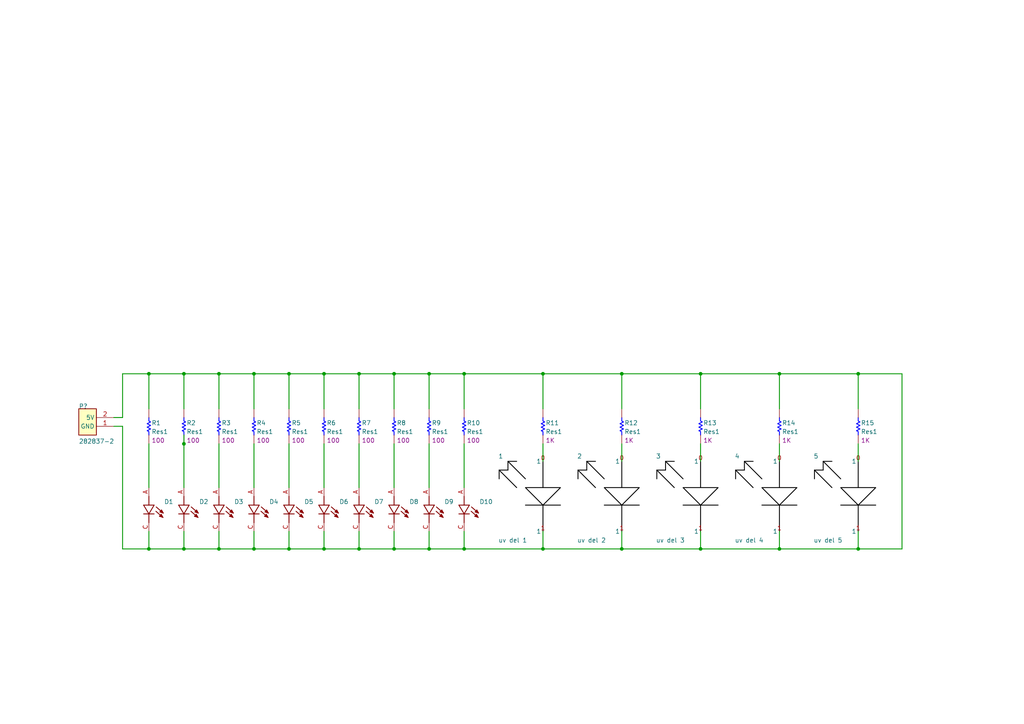
<source format=kicad_sch>
(kicad_sch (version 20230121) (generator eeschema)

  (uuid f3e34541-79db-4e63-bdee-2d59bef9dd9a)

  (paper "A4")

  (lib_symbols
    (symbol "Sheet2 - Copie-altium-import:root_0_Component_1" (in_bom yes) (on_board yes)
      (property "Reference" "" (at 0 0 0)
        (effects (font (size 1.27 1.27)))
      )
      (property "Value" "" (at 0 0 0)
        (effects (font (size 1.27 1.27)))
      )
      (property "Footprint" "" (at 0 0 0)
        (effects (font (size 1.27 1.27)) hide)
      )
      (property "Datasheet" "" (at 0 0 0)
        (effects (font (size 1.27 1.27)) hide)
      )
      (property "ki_fp_filters" "PCBComponent_1" (at 0 0 0)
        (effects (font (size 1.27 1.27)) hide)
      )
      (symbol "root_0_Component_1_1_0"
        (polyline
          (pts
            (xy -10.16 7.62)
            (xy -15.24 12.7)
          )
          (stroke (width 0.254) (type solid) (color 0 0 0 1))
          (fill (type none))
        )
        (polyline
          (pts
            (xy -7.62 2.54)
            (xy 2.54 2.54)
          )
          (stroke (width 0.254) (type solid) (color 0 0 0 1))
          (fill (type none))
        )
        (polyline
          (pts
            (xy -7.62 10.16)
            (xy -12.7 15.24)
          )
          (stroke (width 0.254) (type solid) (color 0 0 0 1))
          (fill (type none))
        )
        (polyline
          (pts
            (xy -2.54 2.54)
            (xy -2.54 -5.08)
          )
          (stroke (width 0.254) (type solid) (color 0 0 0 1))
          (fill (type none))
        )
        (polyline
          (pts
            (xy -2.54 7.62)
            (xy -2.54 15.24)
          )
          (stroke (width 0.254) (type solid) (color 0 0 0 1))
          (fill (type none))
        )
        (polyline
          (pts
            (xy -15.24 12.7)
            (xy -12.7 12.7)
            (xy -15.24 12.7)
            (xy -15.24 10.16)
          )
          (stroke (width 0.254) (type solid) (color 0 0 0 1))
          (fill (type none))
        )
        (polyline
          (pts
            (xy -12.7 15.24)
            (xy -12.7 12.7)
            (xy -12.7 15.24)
            (xy -10.16 15.24)
          )
          (stroke (width 0.254) (type solid) (color 0 0 0 1))
          (fill (type none))
        )
        (polyline
          (pts
            (xy -7.62 7.62)
            (xy 2.54 7.62)
            (xy -7.62 7.62)
            (xy -2.54 2.54)
            (xy 2.54 7.62)
          )
          (stroke (width 0.254) (type solid) (color 0 0 0 1))
          (fill (type none))
        )
        (pin passive line (at -2.54 15.24 180) (length 0)
          (name "1" (effects (font (size 1.27 1.27))))
          (number "0" (effects (font (size 1.27 1.27))))
        )
        (pin passive line (at -2.54 -5.08 180) (length 0)
          (name "1" (effects (font (size 1.27 1.27))))
          (number "1" (effects (font (size 1.27 1.27))))
        )
      )
    )
    (symbol "Sheet2 - Copie-altium-import:root_1_Res1" (in_bom yes) (on_board yes)
      (property "Reference" "" (at 0 0 0)
        (effects (font (size 1.27 1.27)))
      )
      (property "Value" "" (at 0 0 0)
        (effects (font (size 1.27 1.27)))
      )
      (property "Footprint" "" (at 0 0 0)
        (effects (font (size 1.27 1.27)) hide)
      )
      (property "Datasheet" "" (at 0 0 0)
        (effects (font (size 1.27 1.27)) hide)
      )
      (property "ki_description" "Resistor" (at 0 0 0)
        (effects (font (size 1.27 1.27)) hide)
      )
      (property "ki_fp_filters" "AXIAL-0.3" (at 0 0 0)
        (effects (font (size 1.27 1.27)) hide)
      )
      (symbol "root_1_Res1_1_0"
        (polyline
          (pts
            (xy 2.54 5.08)
            (xy 2.54 4.064)
            (xy 3.048 3.81)
            (xy 2.032 3.302)
            (xy 3.048 2.794)
            (xy 2.032 2.286)
            (xy 3.048 1.778)
            (xy 2.032 1.27)
            (xy 2.54 1.016)
            (xy 2.54 0)
          )
          (stroke (width 0.254) (type solid) (color 0 0 255 1))
          (fill (type none))
        )
        (pin passive line (at 2.54 -2.54 90) (length 2.54)
          (name "1" (effects (font (size 0 0))))
          (number "1" (effects (font (size 0 0))))
        )
        (pin passive line (at 2.54 7.62 270) (length 2.54)
          (name "2" (effects (font (size 0 0))))
          (number "2" (effects (font (size 0 0))))
        )
      )
    )
    (symbol "Sheet2 - Copie-altium-import:root_2_282837-2" (in_bom yes) (on_board yes)
      (property "Reference" "" (at 0 0 0)
        (effects (font (size 1.27 1.27)))
      )
      (property "Value" "" (at 0 0 0)
        (effects (font (size 1.27 1.27)))
      )
      (property "Footprint" "" (at 0 0 0)
        (effects (font (size 1.27 1.27)) hide)
      )
      (property "Datasheet" "" (at 0 0 0)
        (effects (font (size 1.27 1.27)) hide)
      )
      (property "ki_description" "Connector Terminal Blocks Receptacle 2 Position 5.08mm Solder Straight Thru-Hole 13.5A/Contact" (at 0 0 0)
        (effects (font (size 1.27 1.27)) hide)
      )
      (property "ki_fp_filters" "TE_282837-2" (at 0 0 0)
        (effects (font (size 1.27 1.27)) hide)
      )
      (symbol "root_2_282837-2_1_0"
        (rectangle (start 2.54 5.08) (end -2.54 -2.54)
          (stroke (width 0.254) (type solid))
          (fill (type background))
        )
        (pin passive line (at 7.62 0 180) (length 5.08)
          (name "GND" (effects (font (size 1.27 1.27))))
          (number "1" (effects (font (size 1.27 1.27))))
        )
        (pin passive line (at 7.62 2.54 180) (length 5.08)
          (name "5V" (effects (font (size 1.27 1.27))))
          (number "2" (effects (font (size 1.27 1.27))))
        )
      )
    )
    (symbol "Sheet2 - Copie-altium-import:root_3_L08R5000Q1" (in_bom yes) (on_board yes)
      (property "Reference" "" (at 0 0 0)
        (effects (font (size 1.27 1.27)))
      )
      (property "Value" "" (at 0 0 0)
        (effects (font (size 1.27 1.27)))
      )
      (property "Footprint" "" (at 0 0 0)
        (effects (font (size 1.27 1.27)) hide)
      )
      (property "Datasheet" "" (at 0 0 0)
        (effects (font (size 1.27 1.27)) hide)
      )
      (property "ki_description" "LED, 5MM, ORANGE; LED / Lamp Size: 5mm / T-1 3/4; LED Colour: Orange; Typ Luminous Intensity: 4.3mcd; Viewing Angle: ..." (at 0 0 0)
        (effects (font (size 1.27 1.27)) hide)
      )
      (property "ki_fp_filters" "LEDRD254W57D500H1070" (at 0 0 0)
        (effects (font (size 1.27 1.27)) hide)
      )
      (symbol "root_3_L08R5000Q1_1_0"
        (polyline
          (pts
            (xy -1.524 2.54)
            (xy 0 0)
          )
          (stroke (width 0.254) (type solid))
          (fill (type none))
        )
        (polyline
          (pts
            (xy 0 -2.54)
            (xy 0 0)
          )
          (stroke (width 0.254) (type solid))
          (fill (type none))
        )
        (polyline
          (pts
            (xy 0 0)
            (xy -1.524 0)
          )
          (stroke (width 0.254) (type solid))
          (fill (type none))
        )
        (polyline
          (pts
            (xy 0 0)
            (xy 1.524 2.54)
          )
          (stroke (width 0.254) (type solid))
          (fill (type none))
        )
        (polyline
          (pts
            (xy 0 2.54)
            (xy 0 5.08)
          )
          (stroke (width 0.254) (type solid))
          (fill (type none))
        )
        (polyline
          (pts
            (xy 1.524 0)
            (xy 0 0)
          )
          (stroke (width 0.254) (type solid))
          (fill (type none))
        )
        (polyline
          (pts
            (xy 1.524 2.54)
            (xy -1.524 2.54)
          )
          (stroke (width 0.254) (type solid))
          (fill (type none))
        )
        (polyline
          (pts
            (xy 3.099 -0.686)
            (xy 3.581 -0.127)
          )
          (stroke (width 0.254) (type solid))
          (fill (type none))
        )
        (polyline
          (pts
            (xy 3.099 -0.686)
            (xy 3.835 -0.711)
          )
          (stroke (width 0.254) (type solid))
          (fill (type none))
        )
        (polyline
          (pts
            (xy 3.2 0.559)
            (xy 3.683 1.118)
          )
          (stroke (width 0.254) (type solid))
          (fill (type none))
        )
        (polyline
          (pts
            (xy 3.2 0.559)
            (xy 3.937 0.533)
          )
          (stroke (width 0.254) (type solid))
          (fill (type none))
        )
        (polyline
          (pts
            (xy 3.505 -0.305)
            (xy 3.658 -0.533)
          )
          (stroke (width 0.254) (type solid))
          (fill (type none))
        )
        (polyline
          (pts
            (xy 3.581 -0.127)
            (xy 4.064 -1.016)
          )
          (stroke (width 0.254) (type solid))
          (fill (type none))
        )
        (polyline
          (pts
            (xy 3.607 0.94)
            (xy 3.759 0.711)
          )
          (stroke (width 0.254) (type solid))
          (fill (type none))
        )
        (polyline
          (pts
            (xy 3.683 1.118)
            (xy 4.166 0.229)
          )
          (stroke (width 0.254) (type solid))
          (fill (type none))
        )
        (polyline
          (pts
            (xy 3.835 -0.711)
            (xy 3.835 -0.584)
          )
          (stroke (width 0.254) (type solid))
          (fill (type none))
        )
        (polyline
          (pts
            (xy 3.937 0.533)
            (xy 3.937 0.66)
          )
          (stroke (width 0.254) (type solid))
          (fill (type none))
        )
        (polyline
          (pts
            (xy 4.064 -1.016)
            (xy 2.032 0.762)
          )
          (stroke (width 0.254) (type solid))
          (fill (type none))
        )
        (polyline
          (pts
            (xy 4.064 -1.016)
            (xy 3.099 -0.686)
          )
          (stroke (width 0.254) (type solid))
          (fill (type none))
        )
        (polyline
          (pts
            (xy 4.166 0.229)
            (xy 2.134 2.007)
          )
          (stroke (width 0.254) (type solid))
          (fill (type none))
        )
        (polyline
          (pts
            (xy 4.166 0.229)
            (xy 3.2 0.559)
          )
          (stroke (width 0.254) (type solid))
          (fill (type none))
        )
        (pin passive line (at 0 7.62 270) (length 2.54)
          (name "A" (effects (font (size 0 0))))
          (number "A" (effects (font (size 1.27 1.27))))
        )
        (pin passive line (at 0 -5.08 90) (length 2.54)
          (name "C" (effects (font (size 0 0))))
          (number "C" (effects (font (size 1.27 1.27))))
        )
      )
    )
  )

  (junction (at 83.82 159.2072) (diameter 0) (color 0 0 0 0)
    (uuid 15f23e1a-f141-47cd-95b0-3a51ed4999db)
  )
  (junction (at 83.82 108.4072) (diameter 0) (color 0 0 0 0)
    (uuid 16d68799-fd60-4efe-aab6-e66e0c316164)
  )
  (junction (at 180.34 108.4072) (diameter 0) (color 0 0 0 0)
    (uuid 22a846a9-d7dc-4ef7-bc13-b37ee2db8c86)
  )
  (junction (at 43.18 108.4072) (diameter 0) (color 0 0 0 0)
    (uuid 23e0d739-6241-4707-b3cb-fec8b8abd777)
  )
  (junction (at 203.2 159.2072) (diameter 0) (color 0 0 0 0)
    (uuid 2404f4d2-76f3-4b3b-a616-01fa1af565e0)
  )
  (junction (at 203.2 108.4072) (diameter 0) (color 0 0 0 0)
    (uuid 2825c1e2-e6b7-4b97-8acd-01fd18fb7982)
  )
  (junction (at 180.34 159.2072) (diameter 0) (color 0 0 0 0)
    (uuid 2e175bac-7b96-4864-9920-3deae12e63ee)
  )
  (junction (at 157.48 159.2072) (diameter 0) (color 0 0 0 0)
    (uuid 43da0ccd-da73-43c3-a65e-1615ea964e19)
  )
  (junction (at 114.3 159.2072) (diameter 0) (color 0 0 0 0)
    (uuid 4eb94cdf-ae1d-4419-a9d1-54ff0e43d41f)
  )
  (junction (at 248.92 159.2072) (diameter 0) (color 0 0 0 0)
    (uuid 6344e077-be37-4022-b9c6-f867151dac6e)
  )
  (junction (at 73.66 108.4072) (diameter 0) (color 0 0 0 0)
    (uuid 746baee2-174b-4509-96ca-396865bc8bcb)
  )
  (junction (at 114.3 108.4072) (diameter 0) (color 0 0 0 0)
    (uuid 7d036291-80fa-484f-aa41-2c5f6293e9f5)
  )
  (junction (at 104.14 108.4072) (diameter 0) (color 0 0 0 0)
    (uuid 7d3b5389-612a-4562-91ab-7d4351c92719)
  )
  (junction (at 124.46 108.4072) (diameter 0) (color 0 0 0 0)
    (uuid 80e4c40b-482d-4515-8c4e-e0958d149c2f)
  )
  (junction (at 53.34 159.2072) (diameter 0) (color 0 0 0 0)
    (uuid 8b36b341-47c4-4ff4-809f-fde3c00c5922)
  )
  (junction (at 63.5 159.2072) (diameter 0) (color 0 0 0 0)
    (uuid 8cb78125-fa3e-4ab3-9c1d-14a58fea491c)
  )
  (junction (at 134.62 108.4072) (diameter 0) (color 0 0 0 0)
    (uuid 90fe00b8-86b9-472a-8083-8a17996a18af)
  )
  (junction (at 63.5 108.4072) (diameter 0) (color 0 0 0 0)
    (uuid 95027026-836c-4442-a9eb-e33f973cb6a0)
  )
  (junction (at 43.18 159.2072) (diameter 0) (color 0 0 0 0)
    (uuid 962efbea-d567-4682-a0f2-a6a5fcf974de)
  )
  (junction (at 104.14 159.2072) (diameter 0) (color 0 0 0 0)
    (uuid a4ef34f9-509f-4a7a-a478-0c7675ad469b)
  )
  (junction (at 73.66 159.2072) (diameter 0) (color 0 0 0 0)
    (uuid a8986691-337b-4690-975c-cb05c08fc587)
  )
  (junction (at 124.46 159.2072) (diameter 0) (color 0 0 0 0)
    (uuid ac4396f8-584f-49bf-abbe-86d8bb643a10)
  )
  (junction (at 226.06 108.4072) (diameter 0) (color 0 0 0 0)
    (uuid b82dc5b7-62f0-4ad5-830e-50164e303544)
  )
  (junction (at 53.34 108.4072) (diameter 0) (color 0 0 0 0)
    (uuid c8b8fd48-dc9a-45b9-88dd-4db5fc4e70e9)
  )
  (junction (at 157.48 108.4072) (diameter 0) (color 0 0 0 0)
    (uuid ca10c65a-5c1e-41e3-a07d-0a2acdddb159)
  )
  (junction (at 93.98 108.4072) (diameter 0) (color 0 0 0 0)
    (uuid cd5db2af-661f-4d92-9d22-3d3293b4adbf)
  )
  (junction (at 53.34 128.7272) (diameter 0) (color 0 0 0 0)
    (uuid dcb6af49-2c3b-4db3-9f25-eaea3817fd9b)
  )
  (junction (at 134.62 159.2072) (diameter 0) (color 0 0 0 0)
    (uuid e9b06d88-8e6d-426d-b0a0-39a6e9984bb7)
  )
  (junction (at 226.06 159.2072) (diameter 0) (color 0 0 0 0)
    (uuid ee103929-ee45-4dba-a695-bb784166987d)
  )
  (junction (at 93.98 159.2072) (diameter 0) (color 0 0 0 0)
    (uuid f59defe9-bc9b-4e2e-b900-9370fc419bd6)
  )
  (junction (at 248.92 108.4072) (diameter 0) (color 0 0 0 0)
    (uuid ff423536-3da3-4990-8fbb-96d23dcb525f)
  )

  (wire (pts (xy 53.34 154.1272) (xy 53.34 159.2072))
    (stroke (width 0.254) (type default))
    (uuid 025c6309-1811-464a-9297-635331e579df)
  )
  (wire (pts (xy 53.34 159.2072) (xy 63.5 159.2072))
    (stroke (width 0.254) (type default))
    (uuid 06baf7c8-fdda-44be-846c-505fbcbc3e97)
  )
  (wire (pts (xy 53.34 126.1872) (xy 53.34 128.7272))
    (stroke (width 0.254) (type default))
    (uuid 0b584061-8efc-43fe-850d-157f376e757e)
  )
  (wire (pts (xy 35.56 123.6472) (xy 35.56 159.2072))
    (stroke (width 0.254) (type default))
    (uuid 0e176d39-4fb1-49f5-ad89-1b7225c55e5f)
  )
  (wire (pts (xy 203.2 118.5672) (xy 203.2 108.4072))
    (stroke (width 0.254) (type default))
    (uuid 13e6b3ab-7d47-4916-af8e-b9b68adf6322)
  )
  (wire (pts (xy 114.3 108.4072) (xy 104.14 108.4072))
    (stroke (width 0.254) (type default))
    (uuid 149eaeb4-3e60-4767-83da-720d51ef8278)
  )
  (wire (pts (xy 104.14 108.4072) (xy 93.98 108.4072))
    (stroke (width 0.254) (type default))
    (uuid 14f5ce25-61ac-4d46-aa60-e329c86adf2a)
  )
  (wire (pts (xy 134.62 128.7272) (xy 134.62 141.4272))
    (stroke (width 0.254) (type default))
    (uuid 17a0eeb4-1b71-459d-9675-cd802399d4d4)
  )
  (wire (pts (xy 35.56 159.2072) (xy 43.18 159.2072))
    (stroke (width 0.254) (type default))
    (uuid 225f40a1-be12-4208-891c-667ba617cdc7)
  )
  (wire (pts (xy 157.48 159.2072) (xy 180.34 159.2072))
    (stroke (width 0.254) (type default))
    (uuid 27c55567-dc1d-43a7-8a53-a8a7f6a9219a)
  )
  (wire (pts (xy 73.66 154.1272) (xy 73.66 159.2072))
    (stroke (width 0.254) (type default))
    (uuid 29daddca-eb38-4058-b32e-ce3d7064aacb)
  )
  (wire (pts (xy 73.66 159.2072) (xy 83.82 159.2072))
    (stroke (width 0.254) (type default))
    (uuid 2bb3d29f-6ff5-4f19-b169-db42eafb6d39)
  )
  (wire (pts (xy 63.5 159.2072) (xy 73.66 159.2072))
    (stroke (width 0.254) (type default))
    (uuid 2cabbdd7-66a1-4aea-aa6c-68020ac30847)
  )
  (wire (pts (xy 180.34 118.5672) (xy 180.34 108.4072))
    (stroke (width 0.254) (type default))
    (uuid 2ce3cc96-b371-4619-89fb-c86e52db611b)
  )
  (wire (pts (xy 114.3 118.5672) (xy 114.3 108.4072))
    (stroke (width 0.254) (type default))
    (uuid 2d4b056d-2ac0-4c39-bdbe-3f5ea308aa3a)
  )
  (wire (pts (xy 180.34 154.1272) (xy 180.34 159.2072))
    (stroke (width 0.254) (type default))
    (uuid 3066bf23-5bac-438a-8e6e-fda0a4e4efb8)
  )
  (wire (pts (xy 35.56 121.1072) (xy 33.02 121.1072))
    (stroke (width 0.254) (type default))
    (uuid 361b55c7-f4d2-4606-8165-75531fb1215c)
  )
  (wire (pts (xy 43.18 118.5672) (xy 43.18 108.4072))
    (stroke (width 0.254) (type default))
    (uuid 3effbf87-7f39-41e6-83c1-fe682ecdf83b)
  )
  (wire (pts (xy 93.98 128.7272) (xy 93.98 141.4272))
    (stroke (width 0.254) (type default))
    (uuid 43593ed4-f72c-4371-92bb-483168f19853)
  )
  (wire (pts (xy 203.2 159.2072) (xy 226.06 159.2072))
    (stroke (width 0.254) (type default))
    (uuid 4ac3ddb0-c6d2-4ae0-a58c-3de8ee58cdfb)
  )
  (wire (pts (xy 53.34 128.7272) (xy 53.34 141.4272))
    (stroke (width 0.254) (type default))
    (uuid 4afc760d-5d24-4da6-987e-6b0d97b55de6)
  )
  (wire (pts (xy 83.82 128.7272) (xy 83.82 141.4272))
    (stroke (width 0.254) (type default))
    (uuid 4dd0c5e8-a06f-48f9-a7f7-5ec24cb9fafa)
  )
  (wire (pts (xy 93.98 154.1272) (xy 93.98 159.2072))
    (stroke (width 0.254) (type default))
    (uuid 4edcfd6b-9534-4aae-8f7c-cbb316650006)
  )
  (wire (pts (xy 104.14 128.7272) (xy 104.14 141.4272))
    (stroke (width 0.254) (type default))
    (uuid 4f83250a-df94-4fd0-a211-3d3d6167469b)
  )
  (wire (pts (xy 134.62 154.1272) (xy 134.62 159.2072))
    (stroke (width 0.254) (type default))
    (uuid 534c587d-bed2-497e-980b-3da7bc4bba2d)
  )
  (wire (pts (xy 157.48 128.7272) (xy 157.48 133.8072))
    (stroke (width 0.254) (type default))
    (uuid 54f10116-0ce8-400c-9f95-8d18eedc2b81)
  )
  (wire (pts (xy 104.14 159.2072) (xy 114.3 159.2072))
    (stroke (width 0.254) (type default))
    (uuid 558a4fb9-5a96-4ef2-9822-e9bd5205d467)
  )
  (wire (pts (xy 114.3 128.7272) (xy 114.3 141.4272))
    (stroke (width 0.254) (type default))
    (uuid 56623ba0-71e9-412a-b316-829067177538)
  )
  (wire (pts (xy 226.06 128.7272) (xy 226.06 133.8072))
    (stroke (width 0.254) (type default))
    (uuid 61fa65fe-2c99-4916-aff4-b8a756af62f3)
  )
  (wire (pts (xy 63.5 154.1272) (xy 63.5 159.2072))
    (stroke (width 0.254) (type default))
    (uuid 627a9a6f-9fa9-4ba6-99f5-c295da89cb93)
  )
  (wire (pts (xy 83.82 154.1272) (xy 83.82 159.2072))
    (stroke (width 0.254) (type default))
    (uuid 6958406e-f763-486a-8f81-fd98aa05a877)
  )
  (wire (pts (xy 226.06 118.5672) (xy 226.06 108.4072))
    (stroke (width 0.254) (type default))
    (uuid 6a1bc95b-c51b-454d-9997-2bc44974ac2d)
  )
  (wire (pts (xy 124.46 118.5672) (xy 124.46 108.4072))
    (stroke (width 0.254) (type default))
    (uuid 6ab7920f-d353-4fa0-bb4d-a9bdba783a4e)
  )
  (wire (pts (xy 63.5 128.7272) (xy 63.5 141.4272))
    (stroke (width 0.254) (type default))
    (uuid 6d0f5d76-a175-4b6c-8dae-ff967aeeb1c3)
  )
  (wire (pts (xy 261.62 108.4072) (xy 248.92 108.4072))
    (stroke (width 0.254) (type default))
    (uuid 6ed66eec-983d-45a0-85ac-425dfcb84e5e)
  )
  (wire (pts (xy 73.66 108.4072) (xy 63.5 108.4072))
    (stroke (width 0.254) (type default))
    (uuid 75500210-a2e3-43bc-b1c8-89b98e81e419)
  )
  (wire (pts (xy 83.82 108.4072) (xy 73.66 108.4072))
    (stroke (width 0.254) (type default))
    (uuid 7f71f9f0-7afd-47f0-bd0d-850159e1109d)
  )
  (wire (pts (xy 53.34 118.5672) (xy 53.34 108.4072))
    (stroke (width 0.254) (type default))
    (uuid 7ff4b5a9-06db-4f62-830f-7c4c206cf6b3)
  )
  (wire (pts (xy 43.18 154.1272) (xy 43.18 159.2072))
    (stroke (width 0.254) (type default))
    (uuid 7ff651da-9ce4-4d80-a5bf-c7014e23d221)
  )
  (wire (pts (xy 248.92 118.5672) (xy 248.92 108.4072))
    (stroke (width 0.254) (type default))
    (uuid 810947ab-0d65-4fdd-8e04-59e0478fb60f)
  )
  (wire (pts (xy 114.3 159.2072) (xy 124.46 159.2072))
    (stroke (width 0.254) (type default))
    (uuid 81c4b6ff-1326-42f5-8294-fffb9a14db4b)
  )
  (wire (pts (xy 124.46 128.7272) (xy 124.46 141.4272))
    (stroke (width 0.254) (type default))
    (uuid 8ca6718c-4ed2-4696-8114-8258d88e04e8)
  )
  (wire (pts (xy 248.92 159.2072) (xy 261.62 159.2072))
    (stroke (width 0.254) (type default))
    (uuid 958a2c24-66ae-47bb-a045-ef63196be084)
  )
  (wire (pts (xy 104.14 154.1272) (xy 104.14 159.2072))
    (stroke (width 0.254) (type default))
    (uuid 99a3b8ed-5128-4745-b057-ba68f5dda887)
  )
  (wire (pts (xy 43.18 128.7272) (xy 43.18 141.4272))
    (stroke (width 0.254) (type default))
    (uuid 9b1cc3ce-17e1-4719-9885-06b00d963adb)
  )
  (wire (pts (xy 248.92 108.4072) (xy 226.06 108.4072))
    (stroke (width 0.254) (type default))
    (uuid 9b508456-d0d3-434c-8504-aa28db636137)
  )
  (wire (pts (xy 33.02 123.6472) (xy 35.56 123.6472))
    (stroke (width 0.254) (type default))
    (uuid 9b72a0ce-c429-4637-afaa-a9a780e756d4)
  )
  (wire (pts (xy 43.18 108.4072) (xy 35.56 108.4072))
    (stroke (width 0.254) (type default))
    (uuid 9bb462f0-89c4-4bbb-807b-63579ce38728)
  )
  (wire (pts (xy 124.46 108.4072) (xy 114.3 108.4072))
    (stroke (width 0.254) (type default))
    (uuid a1c60b41-551a-4394-ad5c-93c2b05c671b)
  )
  (wire (pts (xy 114.3 154.1272) (xy 114.3 159.2072))
    (stroke (width 0.254) (type default))
    (uuid a45afaf7-4d2c-4b6a-ac02-a6df806eea6f)
  )
  (wire (pts (xy 104.14 118.5672) (xy 104.14 108.4072))
    (stroke (width 0.254) (type default))
    (uuid a6eec5ac-7681-4282-8198-9dd76dc81bb3)
  )
  (wire (pts (xy 157.48 118.5672) (xy 157.48 108.4072))
    (stroke (width 0.254) (type default))
    (uuid a7a19ecc-5c31-43bd-9484-7cbcff442481)
  )
  (wire (pts (xy 226.06 159.2072) (xy 248.92 159.2072))
    (stroke (width 0.254) (type default))
    (uuid aa554e0c-87f9-47dc-9729-c282cffbb8bc)
  )
  (wire (pts (xy 203.2 133.8072) (xy 203.2 128.7272))
    (stroke (width 0.254) (type default))
    (uuid ae6127e7-d573-42f1-b888-acb841e6db1c)
  )
  (wire (pts (xy 134.62 108.4072) (xy 124.46 108.4072))
    (stroke (width 0.254) (type default))
    (uuid aef4af87-cf24-4ff4-aed8-cb48ff9e02dd)
  )
  (wire (pts (xy 180.34 128.7272) (xy 180.34 133.8072))
    (stroke (width 0.254) (type default))
    (uuid b3c0423b-67cb-454a-8ebd-b9f1f386e217)
  )
  (wire (pts (xy 248.92 128.7272) (xy 248.92 133.8072))
    (stroke (width 0.254) (type default))
    (uuid bbd1815e-2625-4515-bb4c-e8096b6f7a58)
  )
  (wire (pts (xy 124.46 154.1272) (xy 124.46 159.2072))
    (stroke (width 0.254) (type default))
    (uuid c2d22631-c189-41f8-ac80-5ce8a8014c30)
  )
  (wire (pts (xy 63.5 118.5672) (xy 63.5 108.4072))
    (stroke (width 0.254) (type default))
    (uuid c34dd98a-36cf-407b-850f-87cd1ff11743)
  )
  (wire (pts (xy 93.98 108.4072) (xy 83.82 108.4072))
    (stroke (width 0.254) (type default))
    (uuid c8420e80-949d-4215-b839-371289eb6cff)
  )
  (wire (pts (xy 203.2 154.1272) (xy 203.2 159.2072))
    (stroke (width 0.254) (type default))
    (uuid c8af4ad2-65bf-45b4-87cf-e30bd02c7cf2)
  )
  (wire (pts (xy 35.56 108.4072) (xy 35.56 121.1072))
    (stroke (width 0.254) (type default))
    (uuid ca408ea7-6166-41e8-b206-df1f423afaad)
  )
  (wire (pts (xy 73.66 118.5672) (xy 73.66 108.4072))
    (stroke (width 0.254) (type default))
    (uuid ce43affc-f1a4-4755-810a-6a88af9e5a1f)
  )
  (wire (pts (xy 134.62 159.2072) (xy 157.48 159.2072))
    (stroke (width 0.254) (type default))
    (uuid d061b644-9c60-4294-8f94-3da1a5459d98)
  )
  (wire (pts (xy 83.82 118.5672) (xy 83.82 108.4072))
    (stroke (width 0.254) (type default))
    (uuid d28c0150-a49b-47b8-8a97-e77e3c7b9c04)
  )
  (wire (pts (xy 180.34 108.4072) (xy 157.48 108.4072))
    (stroke (width 0.254) (type default))
    (uuid d637b61f-2a1e-40ef-be95-30aa71b17962)
  )
  (wire (pts (xy 134.62 118.5672) (xy 134.62 108.4072))
    (stroke (width 0.254) (type default))
    (uuid d76f1664-9c67-4955-a734-3b10a828279c)
  )
  (wire (pts (xy 180.34 159.2072) (xy 203.2 159.2072))
    (stroke (width 0.254) (type default))
    (uuid db1360ef-23a3-4c60-97a7-8fe7f93008fd)
  )
  (wire (pts (xy 53.34 108.4072) (xy 43.18 108.4072))
    (stroke (width 0.254) (type default))
    (uuid db9c2f18-333d-4f40-8d26-642ae4c5e914)
  )
  (wire (pts (xy 157.48 154.1272) (xy 157.48 159.2072))
    (stroke (width 0.254) (type default))
    (uuid e33fc786-b928-45ca-8036-cf78a5678a05)
  )
  (wire (pts (xy 226.06 108.4072) (xy 203.2 108.4072))
    (stroke (width 0.254) (type default))
    (uuid e7821161-34ed-4e7c-acd9-38439dce2a17)
  )
  (wire (pts (xy 157.48 108.4072) (xy 134.62 108.4072))
    (stroke (width 0.254) (type default))
    (uuid e9b3c672-5454-4109-b891-d816d95729f3)
  )
  (wire (pts (xy 73.66 128.7272) (xy 73.66 141.4272))
    (stroke (width 0.254) (type default))
    (uuid eb5c8e7a-5c7c-4e75-aad5-aeb9fbb30f57)
  )
  (wire (pts (xy 63.5 108.4072) (xy 53.34 108.4072))
    (stroke (width 0.254) (type default))
    (uuid ef61bf81-8a30-4315-b530-63865663c210)
  )
  (wire (pts (xy 248.92 154.1272) (xy 248.92 159.2072))
    (stroke (width 0.254) (type default))
    (uuid f0ca25d2-877f-4dfa-ac06-f89e93656af3)
  )
  (wire (pts (xy 261.62 159.2072) (xy 261.62 108.4072))
    (stroke (width 0.254) (type default))
    (uuid f2073010-017b-40d6-baab-1be7ecc0c689)
  )
  (wire (pts (xy 203.2 108.4072) (xy 180.34 108.4072))
    (stroke (width 0.254) (type default))
    (uuid f3a35bf1-990e-4172-b6e7-8eca190eb293)
  )
  (wire (pts (xy 93.98 118.5672) (xy 93.98 108.4072))
    (stroke (width 0.254) (type default))
    (uuid f4abfa6c-dbac-40c6-b252-27db729e7a34)
  )
  (wire (pts (xy 93.98 159.2072) (xy 104.14 159.2072))
    (stroke (width 0.254) (type default))
    (uuid f4d8513f-fd2c-4f4f-a6df-b160a660995c)
  )
  (wire (pts (xy 83.82 159.2072) (xy 93.98 159.2072))
    (stroke (width 0.254) (type default))
    (uuid f7f2154b-d513-42ca-99ad-475e3b242dae)
  )
  (wire (pts (xy 226.06 154.1272) (xy 226.06 159.2072))
    (stroke (width 0.254) (type default))
    (uuid f8fd58e6-6ed8-4126-9d27-008b45065be1)
  )
  (wire (pts (xy 124.46 159.2072) (xy 134.62 159.2072))
    (stroke (width 0.254) (type default))
    (uuid fa964d57-15b2-4f40-9a3b-a092321f00cc)
  )
  (wire (pts (xy 43.18 159.2072) (xy 53.34 159.2072))
    (stroke (width 0.254) (type default))
    (uuid fd4c3a0b-22cc-4315-915f-36fc49399a34)
  )

  (symbol (lib_id "Sheet2 - Copie-altium-import:root_3_L08R5000Q1") (at 114.3 149.0472 0) (unit 1)
    (in_bom yes) (on_board yes) (dnp no)
    (uuid 0333dec6-3727-4fa4-bff3-bba835ed1bd6)
    (property "Reference" "D8" (at 118.72 146.2532 0)
      (effects (font (size 1.27 1.27)) (justify left bottom))
    )
    (property "Value" "L08R5000Q1" (at 118.72 148.7932 0)
      (effects (font (size 1.27 1.27)) (justify left bottom) hide)
    )
    (property "Footprint" "LEDRD254W57D500H1070" (at 114.3 149.0472 0)
      (effects (font (size 1.27 1.27)) hide)
    )
    (property "Datasheet" "" (at 114.3 149.0472 0)
      (effects (font (size 1.27 1.27)) hide)
    )
    (property "ALTIUM_VALUE" "*" (at 112.522 140.9192 0)
      (effects (font (size 1.27 1.27)) (justify left bottom) hide)
    )
    (property "SNAPEDA_LINK" "https://www.snapeda.com/parts/L08R5000Q1/LED+Technology/view-part/?ref=snap" (at 112.522 140.9192 0)
      (effects (font (size 1.27 1.27)) (justify left bottom) hide)
    )
    (property "MP" "L08R5000Q1" (at 112.522 140.9192 0)
      (effects (font (size 1.27 1.27)) (justify left bottom) hide)
    )
    (property "CHECK_PRICES" "https://www.snapeda.com/parts/L08R5000Q1/LED+Technology/view-part/?ref=eda" (at 112.522 140.9192 0)
      (effects (font (size 1.27 1.27)) (justify left bottom) hide)
    )
    (property "AVAILABILITY" "In Stock" (at 112.522 140.9192 0)
      (effects (font (size 1.27 1.27)) (justify left bottom) hide)
    )
    (property "PRICE" "None" (at 112.522 140.9192 0)
      (effects (font (size 1.27 1.27)) (justify left bottom) hide)
    )
    (property "PACKAGE" "None" (at 112.522 140.9192 0)
      (effects (font (size 1.27 1.27)) (justify left bottom) hide)
    )
    (property "MF" "LED Technology" (at 112.522 140.9192 0)
      (effects (font (size 1.27 1.27)) (justify left bottom) hide)
    )
    (pin "A" (uuid 4c56a72d-2cb4-434d-9c7f-1be0c51ce6e3))
    (pin "C" (uuid 784a16c1-2be0-428e-8dee-f9eaa22e0318))
    (instances
      (project "Sheet2 - Copie"
        (path "/f3e34541-79db-4e63-bdee-2d59bef9dd9a"
          (reference "D8") (unit 1)
        )
      )
    )
  )

  (symbol (lib_id "Sheet2 - Copie-altium-import:root_2_282837-2") (at 25.4 123.6472 0) (unit 1)
    (in_bom yes) (on_board yes) (dnp no)
    (uuid 051ea4a4-585b-4011-af1d-eea0d7fcfc3f)
    (property "Reference" "P?" (at 22.86 118.5672 0)
      (effects (font (size 1.27 1.27)) (justify left bottom))
    )
    (property "Value" "282837-2" (at 22.86 128.7272 0)
      (effects (font (size 1.27 1.27)) (justify left bottom))
    )
    (property "Footprint" "TE_282837-2" (at 25.4 123.6472 0)
      (effects (font (size 1.27 1.27)) hide)
    )
    (property "Datasheet" "" (at 25.4 123.6472 0)
      (effects (font (size 1.27 1.27)) hide)
    )
    (property "CHECK_PRICES" "https://www.snapeda.com/parts/282837-2/TE+Connectivity+AMP+Connectors/view-part/?ref=eda" (at 22.86 118.5672 0)
      (effects (font (size 1.27 1.27)) (justify left bottom) hide)
    )
    (property "ALTIUM_VALUE" "*" (at 22.86 118.5672 0)
      (effects (font (size 1.27 1.27)) (justify left bottom) hide)
    )
    (property "AVAILABILITY" "In Stock" (at 22.86 118.5672 0)
      (effects (font (size 1.27 1.27)) (justify left bottom) hide)
    )
    (property "MP" "282837-2" (at 22.86 118.5672 0)
      (effects (font (size 1.27 1.27)) (justify left bottom) hide)
    )
    (property "PRICE" "None" (at 22.86 118.5672 0)
      (effects (font (size 1.27 1.27)) (justify left bottom) hide)
    )
    (property "PACKAGE" "None" (at 22.86 118.5672 0)
      (effects (font (size 1.27 1.27)) (justify left bottom) hide)
    )
    (property "SNAPEDA_LINK" "https://www.snapeda.com/parts/282837-2/TE+Connectivity+AMP+Connectors/view-part/?ref=snap" (at 22.86 118.5672 0)
      (effects (font (size 1.27 1.27)) (justify left bottom) hide)
    )
    (property "PURCHASE-URL" "https://pricing.snapeda.com/search/part/282837-2/?ref=eda" (at 22.86 118.5672 0)
      (effects (font (size 1.27 1.27)) (justify left bottom) hide)
    )
    (property "MF" "TE Connectivity" (at 22.86 118.5672 0)
      (effects (font (size 1.27 1.27)) (justify left bottom) hide)
    )
    (pin "1" (uuid 25108714-aee1-415c-8970-00ad1f5c959e))
    (pin "2" (uuid 2e496a2d-41f5-40d7-97d8-8acf87dc360c))
    (instances
      (project "Sheet2 - Copie"
        (path "/f3e34541-79db-4e63-bdee-2d59bef9dd9a"
          (reference "P?") (unit 1)
        )
      )
    )
  )

  (symbol (lib_id "Sheet2 - Copie-altium-import:root_1_Res1") (at 132.08 126.1872 0) (unit 1)
    (in_bom yes) (on_board yes) (dnp no)
    (uuid 055a898b-1e1b-4237-8c03-1c88b35a1f2c)
    (property "Reference" "R10" (at 135.382 123.3932 0)
      (effects (font (size 1.27 1.27)) (justify left bottom))
    )
    (property "Value" "Res1" (at 135.382 125.9332 0)
      (effects (font (size 1.27 1.27)) (justify left bottom))
    )
    (property "Footprint" "AXIAL-0.3" (at 132.08 126.1872 0)
      (effects (font (size 1.27 1.27)) hide)
    )
    (property "Datasheet" "" (at 132.08 126.1872 0)
      (effects (font (size 1.27 1.27)) hide)
    )
    (property "PUBLISHED" "8-Jun-2000" (at 133.858 118.0592 0)
      (effects (font (size 1.27 1.27)) (justify left bottom) hide)
    )
    (property "LATESTREVISIONDATE" "17-Jul-2002" (at 133.858 118.0592 0)
      (effects (font (size 1.27 1.27)) (justify left bottom) hide)
    )
    (property "LATESTREVISIONNOTE" "Re-released for DXP Platform." (at 133.858 118.0592 0)
      (effects (font (size 1.27 1.27)) (justify left bottom) hide)
    )
    (property "PACKAGEREFERENCE" "AXIAL-0.3" (at 133.858 118.0592 0)
      (effects (font (size 1.27 1.27)) (justify left bottom) hide)
    )
    (property "PUBLISHER" "Altium Limited" (at 133.858 118.0592 0)
      (effects (font (size 1.27 1.27)) (justify left bottom) hide)
    )
    (property "PACKAGEDESCRIPTION" "Axial Device, Thru-Hole; 2 Leads; 0.3 in Pin Spacing" (at 133.858 118.0592 0)
      (effects (font (size 1.27 1.27)) (justify left bottom) hide)
    )
    (property "ALTIUM_VALUE" "100" (at 135.382 128.4732 0)
      (effects (font (size 1.27 1.27)) (justify left bottom))
    )
    (pin "1" (uuid 863b2310-189b-407e-942c-59f6c4d4bb20))
    (pin "2" (uuid 6a0fff0c-ac1f-47df-9b2e-294bf4e4d812))
    (instances
      (project "Sheet2 - Copie"
        (path "/f3e34541-79db-4e63-bdee-2d59bef9dd9a"
          (reference "R10") (unit 1)
        )
      )
    )
  )

  (symbol (lib_id "Sheet2 - Copie-altium-import:root_3_L08R5000Q1") (at 124.46 149.0472 0) (unit 1)
    (in_bom yes) (on_board yes) (dnp no)
    (uuid 0e910b91-53fd-4e5a-a1eb-a329de906a46)
    (property "Reference" "D9" (at 128.88 146.2532 0)
      (effects (font (size 1.27 1.27)) (justify left bottom))
    )
    (property "Value" "L08R5000Q1" (at 128.88 148.7932 0)
      (effects (font (size 1.27 1.27)) (justify left bottom) hide)
    )
    (property "Footprint" "LEDRD254W57D500H1070" (at 124.46 149.0472 0)
      (effects (font (size 1.27 1.27)) hide)
    )
    (property "Datasheet" "" (at 124.46 149.0472 0)
      (effects (font (size 1.27 1.27)) hide)
    )
    (property "ALTIUM_VALUE" "*" (at 122.682 140.9192 0)
      (effects (font (size 1.27 1.27)) (justify left bottom) hide)
    )
    (property "SNAPEDA_LINK" "https://www.snapeda.com/parts/L08R5000Q1/LED+Technology/view-part/?ref=snap" (at 122.682 140.9192 0)
      (effects (font (size 1.27 1.27)) (justify left bottom) hide)
    )
    (property "MP" "L08R5000Q1" (at 122.682 140.9192 0)
      (effects (font (size 1.27 1.27)) (justify left bottom) hide)
    )
    (property "CHECK_PRICES" "https://www.snapeda.com/parts/L08R5000Q1/LED+Technology/view-part/?ref=eda" (at 122.682 140.9192 0)
      (effects (font (size 1.27 1.27)) (justify left bottom) hide)
    )
    (property "AVAILABILITY" "In Stock" (at 122.682 140.9192 0)
      (effects (font (size 1.27 1.27)) (justify left bottom) hide)
    )
    (property "PRICE" "None" (at 122.682 140.9192 0)
      (effects (font (size 1.27 1.27)) (justify left bottom) hide)
    )
    (property "PACKAGE" "None" (at 122.682 140.9192 0)
      (effects (font (size 1.27 1.27)) (justify left bottom) hide)
    )
    (property "MF" "LED Technology" (at 122.682 140.9192 0)
      (effects (font (size 1.27 1.27)) (justify left bottom) hide)
    )
    (pin "A" (uuid f4ab5d2e-96ad-4cb3-bf68-38c6341fed6b))
    (pin "C" (uuid 615e6ce8-50ca-403a-a6a4-e0814c20f42f))
    (instances
      (project "Sheet2 - Copie"
        (path "/f3e34541-79db-4e63-bdee-2d59bef9dd9a"
          (reference "D9") (unit 1)
        )
      )
    )
  )

  (symbol (lib_id "Sheet2 - Copie-altium-import:root_1_Res1") (at 40.64 126.1872 0) (unit 1)
    (in_bom yes) (on_board yes) (dnp no)
    (uuid 22972bf9-6211-4831-b11e-2c4f5f5256df)
    (property "Reference" "R1" (at 43.942 123.3932 0)
      (effects (font (size 1.27 1.27)) (justify left bottom))
    )
    (property "Value" "Res1" (at 43.942 125.9332 0)
      (effects (font (size 1.27 1.27)) (justify left bottom))
    )
    (property "Footprint" "AXIAL-0.3" (at 40.64 126.1872 0)
      (effects (font (size 1.27 1.27)) hide)
    )
    (property "Datasheet" "" (at 40.64 126.1872 0)
      (effects (font (size 1.27 1.27)) hide)
    )
    (property "PUBLISHED" "8-Jun-2000" (at 42.418 118.0592 0)
      (effects (font (size 1.27 1.27)) (justify left bottom) hide)
    )
    (property "LATESTREVISIONDATE" "17-Jul-2002" (at 42.418 118.0592 0)
      (effects (font (size 1.27 1.27)) (justify left bottom) hide)
    )
    (property "LATESTREVISIONNOTE" "Re-released for DXP Platform." (at 42.418 118.0592 0)
      (effects (font (size 1.27 1.27)) (justify left bottom) hide)
    )
    (property "PACKAGEREFERENCE" "AXIAL-0.3" (at 42.418 118.0592 0)
      (effects (font (size 1.27 1.27)) (justify left bottom) hide)
    )
    (property "PUBLISHER" "Altium Limited" (at 42.418 118.0592 0)
      (effects (font (size 1.27 1.27)) (justify left bottom) hide)
    )
    (property "PACKAGEDESCRIPTION" "Axial Device, Thru-Hole; 2 Leads; 0.3 in Pin Spacing" (at 42.418 118.0592 0)
      (effects (font (size 1.27 1.27)) (justify left bottom) hide)
    )
    (property "ALTIUM_VALUE" "100" (at 43.942 128.4732 0)
      (effects (font (size 1.27 1.27)) (justify left bottom))
    )
    (pin "1" (uuid 9ca01a37-d3bb-4503-931f-856aa6279381))
    (pin "2" (uuid 764e1584-1577-4b18-a058-26392a5f90c1))
    (instances
      (project "Sheet2 - Copie"
        (path "/f3e34541-79db-4e63-bdee-2d59bef9dd9a"
          (reference "R1") (unit 1)
        )
      )
    )
  )

  (symbol (lib_id "Sheet2 - Copie-altium-import:root_1_Res1") (at 200.66 126.1872 0) (unit 1)
    (in_bom yes) (on_board yes) (dnp no)
    (uuid 316ef9c3-79d4-4993-90e0-a1ebf32f8046)
    (property "Reference" "R13" (at 203.962 123.3932 0)
      (effects (font (size 1.27 1.27)) (justify left bottom))
    )
    (property "Value" "Res1" (at 203.962 125.9332 0)
      (effects (font (size 1.27 1.27)) (justify left bottom))
    )
    (property "Footprint" "AXIAL-0.3" (at 200.66 126.1872 0)
      (effects (font (size 1.27 1.27)) hide)
    )
    (property "Datasheet" "" (at 200.66 126.1872 0)
      (effects (font (size 1.27 1.27)) hide)
    )
    (property "PUBLISHED" "8-Jun-2000" (at 202.438 118.0592 0)
      (effects (font (size 1.27 1.27)) (justify left bottom) hide)
    )
    (property "LATESTREVISIONDATE" "17-Jul-2002" (at 202.438 118.0592 0)
      (effects (font (size 1.27 1.27)) (justify left bottom) hide)
    )
    (property "LATESTREVISIONNOTE" "Re-released for DXP Platform." (at 202.438 118.0592 0)
      (effects (font (size 1.27 1.27)) (justify left bottom) hide)
    )
    (property "PACKAGEREFERENCE" "AXIAL-0.3" (at 202.438 118.0592 0)
      (effects (font (size 1.27 1.27)) (justify left bottom) hide)
    )
    (property "PUBLISHER" "Altium Limited" (at 202.438 118.0592 0)
      (effects (font (size 1.27 1.27)) (justify left bottom) hide)
    )
    (property "PACKAGEDESCRIPTION" "Axial Device, Thru-Hole; 2 Leads; 0.3 in Pin Spacing" (at 202.438 118.0592 0)
      (effects (font (size 1.27 1.27)) (justify left bottom) hide)
    )
    (property "ALTIUM_VALUE" "1K" (at 203.962 128.4732 0)
      (effects (font (size 1.27 1.27)) (justify left bottom))
    )
    (pin "1" (uuid 5abdab63-3685-4716-ace0-de8d1781c2d3))
    (pin "2" (uuid 12853271-6786-438e-8d73-5ed73bf4bf9b))
    (instances
      (project "Sheet2 - Copie"
        (path "/f3e34541-79db-4e63-bdee-2d59bef9dd9a"
          (reference "R13") (unit 1)
        )
      )
    )
  )

  (symbol (lib_id "Sheet2 - Copie-altium-import:root_0_Component_1") (at 251.46 149.0472 0) (unit 1)
    (in_bom yes) (on_board yes) (dnp no)
    (uuid 46ee5e31-7bfa-4b70-84ed-25ed0427b78a)
    (property "Reference" "5" (at 235.966 133.0452 0)
      (effects (font (size 1.27 1.27)) (justify left bottom))
    )
    (property "Value" "uv del 5" (at 235.966 157.4292 0)
      (effects (font (size 1.27 1.27)) (justify left bottom))
    )
    (property "Footprint" "PCBComponent_1" (at 251.46 149.0472 0)
      (effects (font (size 1.27 1.27)) hide)
    )
    (property "Datasheet" "" (at 251.46 149.0472 0)
      (effects (font (size 1.27 1.27)) hide)
    )
    (pin "0" (uuid 94d80faf-821a-4cbf-8c2f-6f170bb06286))
    (pin "1" (uuid d2e47717-e532-4929-9dfe-6441917429ce))
    (instances
      (project "Sheet2 - Copie"
        (path "/f3e34541-79db-4e63-bdee-2d59bef9dd9a"
          (reference "5") (unit 1)
        )
      )
    )
  )

  (symbol (lib_id "Sheet2 - Copie-altium-import:root_3_L08R5000Q1") (at 104.14 149.0472 0) (unit 1)
    (in_bom yes) (on_board yes) (dnp no)
    (uuid 4cce55e4-b8e8-480a-8701-e94c8bba53ea)
    (property "Reference" "D7" (at 108.56 146.2532 0)
      (effects (font (size 1.27 1.27)) (justify left bottom))
    )
    (property "Value" "L08R5000Q1" (at 108.56 148.7932 0)
      (effects (font (size 1.27 1.27)) (justify left bottom) hide)
    )
    (property "Footprint" "LEDRD254W57D500H1070" (at 104.14 149.0472 0)
      (effects (font (size 1.27 1.27)) hide)
    )
    (property "Datasheet" "" (at 104.14 149.0472 0)
      (effects (font (size 1.27 1.27)) hide)
    )
    (property "ALTIUM_VALUE" "*" (at 102.362 140.9192 0)
      (effects (font (size 1.27 1.27)) (justify left bottom) hide)
    )
    (property "SNAPEDA_LINK" "https://www.snapeda.com/parts/L08R5000Q1/LED+Technology/view-part/?ref=snap" (at 102.362 140.9192 0)
      (effects (font (size 1.27 1.27)) (justify left bottom) hide)
    )
    (property "MP" "L08R5000Q1" (at 102.362 140.9192 0)
      (effects (font (size 1.27 1.27)) (justify left bottom) hide)
    )
    (property "CHECK_PRICES" "https://www.snapeda.com/parts/L08R5000Q1/LED+Technology/view-part/?ref=eda" (at 102.362 140.9192 0)
      (effects (font (size 1.27 1.27)) (justify left bottom) hide)
    )
    (property "AVAILABILITY" "In Stock" (at 102.362 140.9192 0)
      (effects (font (size 1.27 1.27)) (justify left bottom) hide)
    )
    (property "PRICE" "None" (at 102.362 140.9192 0)
      (effects (font (size 1.27 1.27)) (justify left bottom) hide)
    )
    (property "PACKAGE" "None" (at 102.362 140.9192 0)
      (effects (font (size 1.27 1.27)) (justify left bottom) hide)
    )
    (property "MF" "LED Technology" (at 102.362 140.9192 0)
      (effects (font (size 1.27 1.27)) (justify left bottom) hide)
    )
    (pin "A" (uuid 9c100dd3-816c-4c6e-ad3f-3e69785e990b))
    (pin "C" (uuid 9e500058-09b8-4dae-8934-2f61accb0cc5))
    (instances
      (project "Sheet2 - Copie"
        (path "/f3e34541-79db-4e63-bdee-2d59bef9dd9a"
          (reference "D7") (unit 1)
        )
      )
    )
  )

  (symbol (lib_id "Sheet2 - Copie-altium-import:root_1_Res1") (at 91.44 126.1872 0) (unit 1)
    (in_bom yes) (on_board yes) (dnp no)
    (uuid 4e93312f-616c-41e6-8318-532d0f09eb3c)
    (property "Reference" "R6" (at 94.742 123.3932 0)
      (effects (font (size 1.27 1.27)) (justify left bottom))
    )
    (property "Value" "Res1" (at 94.742 125.9332 0)
      (effects (font (size 1.27 1.27)) (justify left bottom))
    )
    (property "Footprint" "AXIAL-0.3" (at 91.44 126.1872 0)
      (effects (font (size 1.27 1.27)) hide)
    )
    (property "Datasheet" "" (at 91.44 126.1872 0)
      (effects (font (size 1.27 1.27)) hide)
    )
    (property "PUBLISHED" "8-Jun-2000" (at 93.218 118.0592 0)
      (effects (font (size 1.27 1.27)) (justify left bottom) hide)
    )
    (property "LATESTREVISIONDATE" "17-Jul-2002" (at 93.218 118.0592 0)
      (effects (font (size 1.27 1.27)) (justify left bottom) hide)
    )
    (property "LATESTREVISIONNOTE" "Re-released for DXP Platform." (at 93.218 118.0592 0)
      (effects (font (size 1.27 1.27)) (justify left bottom) hide)
    )
    (property "PACKAGEREFERENCE" "AXIAL-0.3" (at 93.218 118.0592 0)
      (effects (font (size 1.27 1.27)) (justify left bottom) hide)
    )
    (property "PUBLISHER" "Altium Limited" (at 93.218 118.0592 0)
      (effects (font (size 1.27 1.27)) (justify left bottom) hide)
    )
    (property "PACKAGEDESCRIPTION" "Axial Device, Thru-Hole; 2 Leads; 0.3 in Pin Spacing" (at 93.218 118.0592 0)
      (effects (font (size 1.27 1.27)) (justify left bottom) hide)
    )
    (property "ALTIUM_VALUE" "100" (at 94.742 128.4732 0)
      (effects (font (size 1.27 1.27)) (justify left bottom))
    )
    (pin "1" (uuid 69571d11-92d3-4e93-83df-8fa0e83e0803))
    (pin "2" (uuid 926f240b-e903-4b19-aacf-6964665d5f3c))
    (instances
      (project "Sheet2 - Copie"
        (path "/f3e34541-79db-4e63-bdee-2d59bef9dd9a"
          (reference "R6") (unit 1)
        )
      )
    )
  )

  (symbol (lib_id "Sheet2 - Copie-altium-import:root_0_Component_1") (at 205.74 149.0472 0) (unit 1)
    (in_bom yes) (on_board yes) (dnp no)
    (uuid 4ef9b573-56d0-4769-bc90-0a2457f9daa5)
    (property "Reference" "3" (at 190.246 133.0452 0)
      (effects (font (size 1.27 1.27)) (justify left bottom))
    )
    (property "Value" "uv del 3" (at 190.246 157.4292 0)
      (effects (font (size 1.27 1.27)) (justify left bottom))
    )
    (property "Footprint" "PCBComponent_1" (at 205.74 149.0472 0)
      (effects (font (size 1.27 1.27)) hide)
    )
    (property "Datasheet" "" (at 205.74 149.0472 0)
      (effects (font (size 1.27 1.27)) hide)
    )
    (pin "0" (uuid 6b84d5bb-942b-4ccf-819f-9b8228fcd62f))
    (pin "1" (uuid 6857b333-4a9a-46fb-a22d-ac4ee104dcd9))
    (instances
      (project "Sheet2 - Copie"
        (path "/f3e34541-79db-4e63-bdee-2d59bef9dd9a"
          (reference "3") (unit 1)
        )
      )
    )
  )

  (symbol (lib_id "Sheet2 - Copie-altium-import:root_0_Component_1") (at 160.02 149.0472 0) (unit 1)
    (in_bom yes) (on_board yes) (dnp no)
    (uuid 5a4ecaf1-f04c-4660-af4f-10728f0bc972)
    (property "Reference" "1" (at 144.526 133.0452 0)
      (effects (font (size 1.27 1.27)) (justify left bottom))
    )
    (property "Value" "uv del 1" (at 144.526 157.4292 0)
      (effects (font (size 1.27 1.27)) (justify left bottom))
    )
    (property "Footprint" "PCBComponent_1" (at 160.02 149.0472 0)
      (effects (font (size 1.27 1.27)) hide)
    )
    (property "Datasheet" "" (at 160.02 149.0472 0)
      (effects (font (size 1.27 1.27)) hide)
    )
    (pin "0" (uuid 317f7c23-334f-4df2-a9d4-9b299af91033))
    (pin "1" (uuid e843157a-3943-4b39-adc2-a866210305bf))
    (instances
      (project "Sheet2 - Copie"
        (path "/f3e34541-79db-4e63-bdee-2d59bef9dd9a"
          (reference "1") (unit 1)
        )
      )
    )
  )

  (symbol (lib_id "Sheet2 - Copie-altium-import:root_1_Res1") (at 71.12 126.1872 0) (unit 1)
    (in_bom yes) (on_board yes) (dnp no)
    (uuid 61c572d3-0b70-49e4-a972-0a30872ad665)
    (property "Reference" "R4" (at 74.422 123.3932 0)
      (effects (font (size 1.27 1.27)) (justify left bottom))
    )
    (property "Value" "Res1" (at 74.422 125.9332 0)
      (effects (font (size 1.27 1.27)) (justify left bottom))
    )
    (property "Footprint" "AXIAL-0.3" (at 71.12 126.1872 0)
      (effects (font (size 1.27 1.27)) hide)
    )
    (property "Datasheet" "" (at 71.12 126.1872 0)
      (effects (font (size 1.27 1.27)) hide)
    )
    (property "PUBLISHED" "8-Jun-2000" (at 72.898 118.0592 0)
      (effects (font (size 1.27 1.27)) (justify left bottom) hide)
    )
    (property "LATESTREVISIONDATE" "17-Jul-2002" (at 72.898 118.0592 0)
      (effects (font (size 1.27 1.27)) (justify left bottom) hide)
    )
    (property "LATESTREVISIONNOTE" "Re-released for DXP Platform." (at 72.898 118.0592 0)
      (effects (font (size 1.27 1.27)) (justify left bottom) hide)
    )
    (property "PACKAGEREFERENCE" "AXIAL-0.3" (at 72.898 118.0592 0)
      (effects (font (size 1.27 1.27)) (justify left bottom) hide)
    )
    (property "PUBLISHER" "Altium Limited" (at 72.898 118.0592 0)
      (effects (font (size 1.27 1.27)) (justify left bottom) hide)
    )
    (property "PACKAGEDESCRIPTION" "Axial Device, Thru-Hole; 2 Leads; 0.3 in Pin Spacing" (at 72.898 118.0592 0)
      (effects (font (size 1.27 1.27)) (justify left bottom) hide)
    )
    (property "ALTIUM_VALUE" "100" (at 74.422 128.4732 0)
      (effects (font (size 1.27 1.27)) (justify left bottom))
    )
    (pin "1" (uuid 5be8ced8-1776-4704-8de2-51706590f250))
    (pin "2" (uuid 1d0a7cdf-a075-4edb-a423-221f9a5512d1))
    (instances
      (project "Sheet2 - Copie"
        (path "/f3e34541-79db-4e63-bdee-2d59bef9dd9a"
          (reference "R4") (unit 1)
        )
      )
    )
  )

  (symbol (lib_id "Sheet2 - Copie-altium-import:root_1_Res1") (at 154.94 126.1872 0) (unit 1)
    (in_bom yes) (on_board yes) (dnp no)
    (uuid 6bd1ab37-2f3c-4fc0-a62c-d30b5db4df88)
    (property "Reference" "R11" (at 158.242 123.3932 0)
      (effects (font (size 1.27 1.27)) (justify left bottom))
    )
    (property "Value" "Res1" (at 158.242 125.9332 0)
      (effects (font (size 1.27 1.27)) (justify left bottom))
    )
    (property "Footprint" "AXIAL-0.3" (at 154.94 126.1872 0)
      (effects (font (size 1.27 1.27)) hide)
    )
    (property "Datasheet" "" (at 154.94 126.1872 0)
      (effects (font (size 1.27 1.27)) hide)
    )
    (property "PUBLISHED" "8-Jun-2000" (at 156.718 118.0592 0)
      (effects (font (size 1.27 1.27)) (justify left bottom) hide)
    )
    (property "LATESTREVISIONDATE" "17-Jul-2002" (at 156.718 118.0592 0)
      (effects (font (size 1.27 1.27)) (justify left bottom) hide)
    )
    (property "LATESTREVISIONNOTE" "Re-released for DXP Platform." (at 156.718 118.0592 0)
      (effects (font (size 1.27 1.27)) (justify left bottom) hide)
    )
    (property "PACKAGEREFERENCE" "AXIAL-0.3" (at 156.718 118.0592 0)
      (effects (font (size 1.27 1.27)) (justify left bottom) hide)
    )
    (property "PUBLISHER" "Altium Limited" (at 156.718 118.0592 0)
      (effects (font (size 1.27 1.27)) (justify left bottom) hide)
    )
    (property "PACKAGEDESCRIPTION" "Axial Device, Thru-Hole; 2 Leads; 0.3 in Pin Spacing" (at 156.718 118.0592 0)
      (effects (font (size 1.27 1.27)) (justify left bottom) hide)
    )
    (property "ALTIUM_VALUE" "1K" (at 158.242 128.4732 0)
      (effects (font (size 1.27 1.27)) (justify left bottom))
    )
    (pin "1" (uuid 30376454-6135-4ea2-b03d-f3be9036bc6c))
    (pin "2" (uuid 51274d56-afb4-40f6-8113-23f973465643))
    (instances
      (project "Sheet2 - Copie"
        (path "/f3e34541-79db-4e63-bdee-2d59bef9dd9a"
          (reference "R11") (unit 1)
        )
      )
    )
  )

  (symbol (lib_id "Sheet2 - Copie-altium-import:root_1_Res1") (at 246.38 126.1872 0) (unit 1)
    (in_bom yes) (on_board yes) (dnp no)
    (uuid 710548ef-e335-46a7-a78c-d89d39a1a4cf)
    (property "Reference" "R15" (at 249.682 123.3932 0)
      (effects (font (size 1.27 1.27)) (justify left bottom))
    )
    (property "Value" "Res1" (at 249.682 125.9332 0)
      (effects (font (size 1.27 1.27)) (justify left bottom))
    )
    (property "Footprint" "AXIAL-0.3" (at 246.38 126.1872 0)
      (effects (font (size 1.27 1.27)) hide)
    )
    (property "Datasheet" "" (at 246.38 126.1872 0)
      (effects (font (size 1.27 1.27)) hide)
    )
    (property "PUBLISHED" "8-Jun-2000" (at 248.158 118.0592 0)
      (effects (font (size 1.27 1.27)) (justify left bottom) hide)
    )
    (property "LATESTREVISIONDATE" "17-Jul-2002" (at 248.158 118.0592 0)
      (effects (font (size 1.27 1.27)) (justify left bottom) hide)
    )
    (property "LATESTREVISIONNOTE" "Re-released for DXP Platform." (at 248.158 118.0592 0)
      (effects (font (size 1.27 1.27)) (justify left bottom) hide)
    )
    (property "PACKAGEREFERENCE" "AXIAL-0.3" (at 248.158 118.0592 0)
      (effects (font (size 1.27 1.27)) (justify left bottom) hide)
    )
    (property "PUBLISHER" "Altium Limited" (at 248.158 118.0592 0)
      (effects (font (size 1.27 1.27)) (justify left bottom) hide)
    )
    (property "PACKAGEDESCRIPTION" "Axial Device, Thru-Hole; 2 Leads; 0.3 in Pin Spacing" (at 248.158 118.0592 0)
      (effects (font (size 1.27 1.27)) (justify left bottom) hide)
    )
    (property "ALTIUM_VALUE" "1K" (at 249.682 128.4732 0)
      (effects (font (size 1.27 1.27)) (justify left bottom))
    )
    (pin "1" (uuid b64bcffa-b1ca-44e8-8a87-51c72695f90e))
    (pin "2" (uuid 4af3d74f-6351-44bf-b315-82dfc96beeff))
    (instances
      (project "Sheet2 - Copie"
        (path "/f3e34541-79db-4e63-bdee-2d59bef9dd9a"
          (reference "R15") (unit 1)
        )
      )
    )
  )

  (symbol (lib_id "Sheet2 - Copie-altium-import:root_1_Res1") (at 223.52 126.1872 0) (unit 1)
    (in_bom yes) (on_board yes) (dnp no)
    (uuid 8482c0b2-7eb5-418f-a537-cd53bfec7d8a)
    (property "Reference" "R14" (at 226.822 123.3932 0)
      (effects (font (size 1.27 1.27)) (justify left bottom))
    )
    (property "Value" "Res1" (at 226.822 125.9332 0)
      (effects (font (size 1.27 1.27)) (justify left bottom))
    )
    (property "Footprint" "AXIAL-0.3" (at 223.52 126.1872 0)
      (effects (font (size 1.27 1.27)) hide)
    )
    (property "Datasheet" "" (at 223.52 126.1872 0)
      (effects (font (size 1.27 1.27)) hide)
    )
    (property "PUBLISHED" "8-Jun-2000" (at 225.298 118.0592 0)
      (effects (font (size 1.27 1.27)) (justify left bottom) hide)
    )
    (property "LATESTREVISIONDATE" "17-Jul-2002" (at 225.298 118.0592 0)
      (effects (font (size 1.27 1.27)) (justify left bottom) hide)
    )
    (property "LATESTREVISIONNOTE" "Re-released for DXP Platform." (at 225.298 118.0592 0)
      (effects (font (size 1.27 1.27)) (justify left bottom) hide)
    )
    (property "PACKAGEREFERENCE" "AXIAL-0.3" (at 225.298 118.0592 0)
      (effects (font (size 1.27 1.27)) (justify left bottom) hide)
    )
    (property "PUBLISHER" "Altium Limited" (at 225.298 118.0592 0)
      (effects (font (size 1.27 1.27)) (justify left bottom) hide)
    )
    (property "PACKAGEDESCRIPTION" "Axial Device, Thru-Hole; 2 Leads; 0.3 in Pin Spacing" (at 225.298 118.0592 0)
      (effects (font (size 1.27 1.27)) (justify left bottom) hide)
    )
    (property "ALTIUM_VALUE" "1K" (at 226.822 128.4732 0)
      (effects (font (size 1.27 1.27)) (justify left bottom))
    )
    (pin "1" (uuid b9259269-0c69-4ca8-bea1-593dad5391f7))
    (pin "2" (uuid 94277459-563f-4907-8d31-73557634edbc))
    (instances
      (project "Sheet2 - Copie"
        (path "/f3e34541-79db-4e63-bdee-2d59bef9dd9a"
          (reference "R14") (unit 1)
        )
      )
    )
  )

  (symbol (lib_id "Sheet2 - Copie-altium-import:root_3_L08R5000Q1") (at 43.18 149.0472 0) (unit 1)
    (in_bom yes) (on_board yes) (dnp no)
    (uuid 87a7e183-7f14-4202-a5ff-36e7fa320418)
    (property "Reference" "D1" (at 47.6 146.2532 0)
      (effects (font (size 1.27 1.27)) (justify left bottom))
    )
    (property "Value" "L08R5000Q1" (at 47.6 148.7932 0)
      (effects (font (size 1.27 1.27)) (justify left bottom) hide)
    )
    (property "Footprint" "LEDRD254W57D500H1070" (at 43.18 149.0472 0)
      (effects (font (size 1.27 1.27)) hide)
    )
    (property "Datasheet" "" (at 43.18 149.0472 0)
      (effects (font (size 1.27 1.27)) hide)
    )
    (property "ALTIUM_VALUE" "*" (at 41.402 140.9192 0)
      (effects (font (size 1.27 1.27)) (justify left bottom) hide)
    )
    (property "SNAPEDA_LINK" "https://www.snapeda.com/parts/L08R5000Q1/LED+Technology/view-part/?ref=snap" (at 41.402 140.9192 0)
      (effects (font (size 1.27 1.27)) (justify left bottom) hide)
    )
    (property "MP" "L08R5000Q1" (at 41.402 140.9192 0)
      (effects (font (size 1.27 1.27)) (justify left bottom) hide)
    )
    (property "CHECK_PRICES" "https://www.snapeda.com/parts/L08R5000Q1/LED+Technology/view-part/?ref=eda" (at 41.402 140.9192 0)
      (effects (font (size 1.27 1.27)) (justify left bottom) hide)
    )
    (property "AVAILABILITY" "In Stock" (at 41.402 140.9192 0)
      (effects (font (size 1.27 1.27)) (justify left bottom) hide)
    )
    (property "PRICE" "None" (at 41.402 140.9192 0)
      (effects (font (size 1.27 1.27)) (justify left bottom) hide)
    )
    (property "PACKAGE" "None" (at 41.402 140.9192 0)
      (effects (font (size 1.27 1.27)) (justify left bottom) hide)
    )
    (property "MF" "LED Technology" (at 41.402 140.9192 0)
      (effects (font (size 1.27 1.27)) (justify left bottom) hide)
    )
    (pin "A" (uuid 7f660498-1e8c-4e92-a2e5-0b7fb180c833))
    (pin "C" (uuid be7e7609-db15-474b-bc31-05dafd3ae2fa))
    (instances
      (project "Sheet2 - Copie"
        (path "/f3e34541-79db-4e63-bdee-2d59bef9dd9a"
          (reference "D1") (unit 1)
        )
      )
    )
  )

  (symbol (lib_id "Sheet2 - Copie-altium-import:root_0_Component_1") (at 182.88 149.0472 0) (unit 1)
    (in_bom yes) (on_board yes) (dnp no)
    (uuid 8bba1397-fd79-4891-8923-8bba3d95ef9a)
    (property "Reference" "2" (at 167.386 133.0452 0)
      (effects (font (size 1.27 1.27)) (justify left bottom))
    )
    (property "Value" "uv del 2" (at 167.386 157.4292 0)
      (effects (font (size 1.27 1.27)) (justify left bottom))
    )
    (property "Footprint" "PCBComponent_1" (at 182.88 149.0472 0)
      (effects (font (size 1.27 1.27)) hide)
    )
    (property "Datasheet" "" (at 182.88 149.0472 0)
      (effects (font (size 1.27 1.27)) hide)
    )
    (pin "0" (uuid ab5260b2-6a8e-466e-820b-cc8358c580ab))
    (pin "1" (uuid bd90d5ea-291b-4671-b139-598cc85313ec))
    (instances
      (project "Sheet2 - Copie"
        (path "/f3e34541-79db-4e63-bdee-2d59bef9dd9a"
          (reference "2") (unit 1)
        )
      )
    )
  )

  (symbol (lib_id "Sheet2 - Copie-altium-import:root_1_Res1") (at 101.6 126.1872 0) (unit 1)
    (in_bom yes) (on_board yes) (dnp no)
    (uuid 9da3b972-5368-45bb-adff-c8ad800c9ba6)
    (property "Reference" "R7" (at 104.902 123.3932 0)
      (effects (font (size 1.27 1.27)) (justify left bottom))
    )
    (property "Value" "Res1" (at 104.902 125.9332 0)
      (effects (font (size 1.27 1.27)) (justify left bottom))
    )
    (property "Footprint" "AXIAL-0.3" (at 101.6 126.1872 0)
      (effects (font (size 1.27 1.27)) hide)
    )
    (property "Datasheet" "" (at 101.6 126.1872 0)
      (effects (font (size 1.27 1.27)) hide)
    )
    (property "PUBLISHED" "8-Jun-2000" (at 103.378 118.0592 0)
      (effects (font (size 1.27 1.27)) (justify left bottom) hide)
    )
    (property "LATESTREVISIONDATE" "17-Jul-2002" (at 103.378 118.0592 0)
      (effects (font (size 1.27 1.27)) (justify left bottom) hide)
    )
    (property "LATESTREVISIONNOTE" "Re-released for DXP Platform." (at 103.378 118.0592 0)
      (effects (font (size 1.27 1.27)) (justify left bottom) hide)
    )
    (property "PACKAGEREFERENCE" "AXIAL-0.3" (at 103.378 118.0592 0)
      (effects (font (size 1.27 1.27)) (justify left bottom) hide)
    )
    (property "PUBLISHER" "Altium Limited" (at 103.378 118.0592 0)
      (effects (font (size 1.27 1.27)) (justify left bottom) hide)
    )
    (property "PACKAGEDESCRIPTION" "Axial Device, Thru-Hole; 2 Leads; 0.3 in Pin Spacing" (at 103.378 118.0592 0)
      (effects (font (size 1.27 1.27)) (justify left bottom) hide)
    )
    (property "ALTIUM_VALUE" "100" (at 104.902 128.4732 0)
      (effects (font (size 1.27 1.27)) (justify left bottom))
    )
    (pin "1" (uuid c46c888e-1e6b-49fa-b8de-92e16501a23e))
    (pin "2" (uuid 08cbe2ed-10e9-419c-ac24-0d0876c394d3))
    (instances
      (project "Sheet2 - Copie"
        (path "/f3e34541-79db-4e63-bdee-2d59bef9dd9a"
          (reference "R7") (unit 1)
        )
      )
    )
  )

  (symbol (lib_id "Sheet2 - Copie-altium-import:root_1_Res1") (at 81.28 126.1872 0) (unit 1)
    (in_bom yes) (on_board yes) (dnp no)
    (uuid 9e350f9e-0778-43e1-a82c-7b339871df50)
    (property "Reference" "R5" (at 84.582 123.3932 0)
      (effects (font (size 1.27 1.27)) (justify left bottom))
    )
    (property "Value" "Res1" (at 84.582 125.9332 0)
      (effects (font (size 1.27 1.27)) (justify left bottom))
    )
    (property "Footprint" "AXIAL-0.3" (at 81.28 126.1872 0)
      (effects (font (size 1.27 1.27)) hide)
    )
    (property "Datasheet" "" (at 81.28 126.1872 0)
      (effects (font (size 1.27 1.27)) hide)
    )
    (property "PUBLISHED" "8-Jun-2000" (at 83.058 118.0592 0)
      (effects (font (size 1.27 1.27)) (justify left bottom) hide)
    )
    (property "LATESTREVISIONDATE" "17-Jul-2002" (at 83.058 118.0592 0)
      (effects (font (size 1.27 1.27)) (justify left bottom) hide)
    )
    (property "LATESTREVISIONNOTE" "Re-released for DXP Platform." (at 83.058 118.0592 0)
      (effects (font (size 1.27 1.27)) (justify left bottom) hide)
    )
    (property "PACKAGEREFERENCE" "AXIAL-0.3" (at 83.058 118.0592 0)
      (effects (font (size 1.27 1.27)) (justify left bottom) hide)
    )
    (property "PUBLISHER" "Altium Limited" (at 83.058 118.0592 0)
      (effects (font (size 1.27 1.27)) (justify left bottom) hide)
    )
    (property "PACKAGEDESCRIPTION" "Axial Device, Thru-Hole; 2 Leads; 0.3 in Pin Spacing" (at 83.058 118.0592 0)
      (effects (font (size 1.27 1.27)) (justify left bottom) hide)
    )
    (property "ALTIUM_VALUE" "100" (at 84.582 128.4732 0)
      (effects (font (size 1.27 1.27)) (justify left bottom))
    )
    (pin "1" (uuid 88520853-9c39-46d8-a8b0-68c414f442d1))
    (pin "2" (uuid 50c0be89-8465-4fd4-b63e-42e247593f27))
    (instances
      (project "Sheet2 - Copie"
        (path "/f3e34541-79db-4e63-bdee-2d59bef9dd9a"
          (reference "R5") (unit 1)
        )
      )
    )
  )

  (symbol (lib_id "Sheet2 - Copie-altium-import:root_3_L08R5000Q1") (at 93.98 149.0472 0) (unit 1)
    (in_bom yes) (on_board yes) (dnp no)
    (uuid a87e8463-966d-4645-9c93-a592b253e2ca)
    (property "Reference" "D6" (at 98.4 146.2532 0)
      (effects (font (size 1.27 1.27)) (justify left bottom))
    )
    (property "Value" "L08R5000Q1" (at 98.4 148.7932 0)
      (effects (font (size 1.27 1.27)) (justify left bottom) hide)
    )
    (property "Footprint" "LEDRD254W57D500H1070" (at 93.98 149.0472 0)
      (effects (font (size 1.27 1.27)) hide)
    )
    (property "Datasheet" "" (at 93.98 149.0472 0)
      (effects (font (size 1.27 1.27)) hide)
    )
    (property "ALTIUM_VALUE" "*" (at 92.202 140.9192 0)
      (effects (font (size 1.27 1.27)) (justify left bottom) hide)
    )
    (property "SNAPEDA_LINK" "https://www.snapeda.com/parts/L08R5000Q1/LED+Technology/view-part/?ref=snap" (at 92.202 140.9192 0)
      (effects (font (size 1.27 1.27)) (justify left bottom) hide)
    )
    (property "MP" "L08R5000Q1" (at 92.202 140.9192 0)
      (effects (font (size 1.27 1.27)) (justify left bottom) hide)
    )
    (property "CHECK_PRICES" "https://www.snapeda.com/parts/L08R5000Q1/LED+Technology/view-part/?ref=eda" (at 92.202 140.9192 0)
      (effects (font (size 1.27 1.27)) (justify left bottom) hide)
    )
    (property "AVAILABILITY" "In Stock" (at 92.202 140.9192 0)
      (effects (font (size 1.27 1.27)) (justify left bottom) hide)
    )
    (property "PRICE" "None" (at 92.202 140.9192 0)
      (effects (font (size 1.27 1.27)) (justify left bottom) hide)
    )
    (property "PACKAGE" "None" (at 92.202 140.9192 0)
      (effects (font (size 1.27 1.27)) (justify left bottom) hide)
    )
    (property "MF" "LED Technology" (at 92.202 140.9192 0)
      (effects (font (size 1.27 1.27)) (justify left bottom) hide)
    )
    (pin "A" (uuid 0db170ad-810e-430d-8d03-8677feb57fcb))
    (pin "C" (uuid 0a81b140-10f7-483f-9b9f-570283f81105))
    (instances
      (project "Sheet2 - Copie"
        (path "/f3e34541-79db-4e63-bdee-2d59bef9dd9a"
          (reference "D6") (unit 1)
        )
      )
    )
  )

  (symbol (lib_id "Sheet2 - Copie-altium-import:root_0_Component_1") (at 228.6 149.0472 0) (unit 1)
    (in_bom yes) (on_board yes) (dnp no)
    (uuid a93ba3a6-bf6b-4737-97b1-7e35b839a2b5)
    (property "Reference" "4" (at 213.106 133.0452 0)
      (effects (font (size 1.27 1.27)) (justify left bottom))
    )
    (property "Value" "uv del 4" (at 213.106 157.4292 0)
      (effects (font (size 1.27 1.27)) (justify left bottom))
    )
    (property "Footprint" "PCBComponent_1" (at 228.6 149.0472 0)
      (effects (font (size 1.27 1.27)) hide)
    )
    (property "Datasheet" "" (at 228.6 149.0472 0)
      (effects (font (size 1.27 1.27)) hide)
    )
    (pin "0" (uuid 3e0388ae-222c-4973-a656-700175e125df))
    (pin "1" (uuid 4633fc3b-1591-43aa-8888-0aae6e88e7b3))
    (instances
      (project "Sheet2 - Copie"
        (path "/f3e34541-79db-4e63-bdee-2d59bef9dd9a"
          (reference "4") (unit 1)
        )
      )
    )
  )

  (symbol (lib_id "Sheet2 - Copie-altium-import:root_1_Res1") (at 50.8 126.1872 0) (unit 1)
    (in_bom yes) (on_board yes) (dnp no)
    (uuid b107b63d-154d-4262-81a7-2f6b4c8fb315)
    (property "Reference" "R2" (at 54.102 123.3932 0)
      (effects (font (size 1.27 1.27)) (justify left bottom))
    )
    (property "Value" "Res1" (at 54.102 125.9332 0)
      (effects (font (size 1.27 1.27)) (justify left bottom))
    )
    (property "Footprint" "AXIAL-0.3" (at 50.8 126.1872 0)
      (effects (font (size 1.27 1.27)) hide)
    )
    (property "Datasheet" "" (at 50.8 126.1872 0)
      (effects (font (size 1.27 1.27)) hide)
    )
    (property "PUBLISHED" "8-Jun-2000" (at 52.578 118.0592 0)
      (effects (font (size 1.27 1.27)) (justify left bottom) hide)
    )
    (property "LATESTREVISIONDATE" "17-Jul-2002" (at 52.578 118.0592 0)
      (effects (font (size 1.27 1.27)) (justify left bottom) hide)
    )
    (property "LATESTREVISIONNOTE" "Re-released for DXP Platform." (at 52.578 118.0592 0)
      (effects (font (size 1.27 1.27)) (justify left bottom) hide)
    )
    (property "PACKAGEREFERENCE" "AXIAL-0.3" (at 52.578 118.0592 0)
      (effects (font (size 1.27 1.27)) (justify left bottom) hide)
    )
    (property "PUBLISHER" "Altium Limited" (at 52.578 118.0592 0)
      (effects (font (size 1.27 1.27)) (justify left bottom) hide)
    )
    (property "PACKAGEDESCRIPTION" "Axial Device, Thru-Hole; 2 Leads; 0.3 in Pin Spacing" (at 52.578 118.0592 0)
      (effects (font (size 1.27 1.27)) (justify left bottom) hide)
    )
    (property "ALTIUM_VALUE" "100" (at 54.102 128.4732 0)
      (effects (font (size 1.27 1.27)) (justify left bottom))
    )
    (pin "1" (uuid 6bfdcf4c-4291-4f0e-ab66-25cd803353ef))
    (pin "2" (uuid f43b34bc-df50-4c45-85a9-ae0bdb84df94))
    (instances
      (project "Sheet2 - Copie"
        (path "/f3e34541-79db-4e63-bdee-2d59bef9dd9a"
          (reference "R2") (unit 1)
        )
      )
    )
  )

  (symbol (lib_id "Sheet2 - Copie-altium-import:root_3_L08R5000Q1") (at 83.82 149.0472 0) (unit 1)
    (in_bom yes) (on_board yes) (dnp no)
    (uuid c15bb886-f848-4d44-97e6-c3d9b6655d6a)
    (property "Reference" "D5" (at 88.24 146.2532 0)
      (effects (font (size 1.27 1.27)) (justify left bottom))
    )
    (property "Value" "L08R5000Q1" (at 88.24 148.7932 0)
      (effects (font (size 1.27 1.27)) (justify left bottom) hide)
    )
    (property "Footprint" "LEDRD254W57D500H1070" (at 83.82 149.0472 0)
      (effects (font (size 1.27 1.27)) hide)
    )
    (property "Datasheet" "" (at 83.82 149.0472 0)
      (effects (font (size 1.27 1.27)) hide)
    )
    (property "ALTIUM_VALUE" "*" (at 82.042 140.9192 0)
      (effects (font (size 1.27 1.27)) (justify left bottom) hide)
    )
    (property "SNAPEDA_LINK" "https://www.snapeda.com/parts/L08R5000Q1/LED+Technology/view-part/?ref=snap" (at 82.042 140.9192 0)
      (effects (font (size 1.27 1.27)) (justify left bottom) hide)
    )
    (property "MP" "L08R5000Q1" (at 82.042 140.9192 0)
      (effects (font (size 1.27 1.27)) (justify left bottom) hide)
    )
    (property "CHECK_PRICES" "https://www.snapeda.com/parts/L08R5000Q1/LED+Technology/view-part/?ref=eda" (at 82.042 140.9192 0)
      (effects (font (size 1.27 1.27)) (justify left bottom) hide)
    )
    (property "AVAILABILITY" "In Stock" (at 82.042 140.9192 0)
      (effects (font (size 1.27 1.27)) (justify left bottom) hide)
    )
    (property "PRICE" "None" (at 82.042 140.9192 0)
      (effects (font (size 1.27 1.27)) (justify left bottom) hide)
    )
    (property "PACKAGE" "None" (at 82.042 140.9192 0)
      (effects (font (size 1.27 1.27)) (justify left bottom) hide)
    )
    (property "MF" "LED Technology" (at 82.042 140.9192 0)
      (effects (font (size 1.27 1.27)) (justify left bottom) hide)
    )
    (pin "A" (uuid 2033e2f2-8191-44f2-8acc-1f791a9d2a19))
    (pin "C" (uuid dfe5009f-f498-4247-94ff-92404bfad740))
    (instances
      (project "Sheet2 - Copie"
        (path "/f3e34541-79db-4e63-bdee-2d59bef9dd9a"
          (reference "D5") (unit 1)
        )
      )
    )
  )

  (symbol (lib_id "Sheet2 - Copie-altium-import:root_1_Res1") (at 111.76 126.1872 0) (unit 1)
    (in_bom yes) (on_board yes) (dnp no)
    (uuid c268fee0-1f82-4734-954f-f523fb0d7c7b)
    (property "Reference" "R8" (at 115.062 123.3932 0)
      (effects (font (size 1.27 1.27)) (justify left bottom))
    )
    (property "Value" "Res1" (at 115.062 125.9332 0)
      (effects (font (size 1.27 1.27)) (justify left bottom))
    )
    (property "Footprint" "AXIAL-0.3" (at 111.76 126.1872 0)
      (effects (font (size 1.27 1.27)) hide)
    )
    (property "Datasheet" "" (at 111.76 126.1872 0)
      (effects (font (size 1.27 1.27)) hide)
    )
    (property "PUBLISHED" "8-Jun-2000" (at 113.538 118.0592 0)
      (effects (font (size 1.27 1.27)) (justify left bottom) hide)
    )
    (property "LATESTREVISIONDATE" "17-Jul-2002" (at 113.538 118.0592 0)
      (effects (font (size 1.27 1.27)) (justify left bottom) hide)
    )
    (property "LATESTREVISIONNOTE" "Re-released for DXP Platform." (at 113.538 118.0592 0)
      (effects (font (size 1.27 1.27)) (justify left bottom) hide)
    )
    (property "PACKAGEREFERENCE" "AXIAL-0.3" (at 113.538 118.0592 0)
      (effects (font (size 1.27 1.27)) (justify left bottom) hide)
    )
    (property "PUBLISHER" "Altium Limited" (at 113.538 118.0592 0)
      (effects (font (size 1.27 1.27)) (justify left bottom) hide)
    )
    (property "PACKAGEDESCRIPTION" "Axial Device, Thru-Hole; 2 Leads; 0.3 in Pin Spacing" (at 113.538 118.0592 0)
      (effects (font (size 1.27 1.27)) (justify left bottom) hide)
    )
    (property "ALTIUM_VALUE" "100" (at 115.062 128.4732 0)
      (effects (font (size 1.27 1.27)) (justify left bottom))
    )
    (pin "1" (uuid 1dc16a79-7090-439b-8c98-928aa88f3351))
    (pin "2" (uuid c3340c42-cc79-43b1-ae14-9a526f2232e6))
    (instances
      (project "Sheet2 - Copie"
        (path "/f3e34541-79db-4e63-bdee-2d59bef9dd9a"
          (reference "R8") (unit 1)
        )
      )
    )
  )

  (symbol (lib_id "Sheet2 - Copie-altium-import:root_3_L08R5000Q1") (at 53.34 149.0472 0) (unit 1)
    (in_bom yes) (on_board yes) (dnp no)
    (uuid ca1f7c57-c073-47c5-b6c4-c166196640c6)
    (property "Reference" "D2" (at 57.76 146.2532 0)
      (effects (font (size 1.27 1.27)) (justify left bottom))
    )
    (property "Value" "L08R5000Q1" (at 57.76 148.7932 0)
      (effects (font (size 1.27 1.27)) (justify left bottom) hide)
    )
    (property "Footprint" "LEDRD254W57D500H1070" (at 53.34 149.0472 0)
      (effects (font (size 1.27 1.27)) hide)
    )
    (property "Datasheet" "" (at 53.34 149.0472 0)
      (effects (font (size 1.27 1.27)) hide)
    )
    (property "ALTIUM_VALUE" "*" (at 51.562 140.9192 0)
      (effects (font (size 1.27 1.27)) (justify left bottom) hide)
    )
    (property "SNAPEDA_LINK" "https://www.snapeda.com/parts/L08R5000Q1/LED+Technology/view-part/?ref=snap" (at 51.562 140.9192 0)
      (effects (font (size 1.27 1.27)) (justify left bottom) hide)
    )
    (property "MP" "L08R5000Q1" (at 51.562 140.9192 0)
      (effects (font (size 1.27 1.27)) (justify left bottom) hide)
    )
    (property "CHECK_PRICES" "https://www.snapeda.com/parts/L08R5000Q1/LED+Technology/view-part/?ref=eda" (at 51.562 140.9192 0)
      (effects (font (size 1.27 1.27)) (justify left bottom) hide)
    )
    (property "AVAILABILITY" "In Stock" (at 51.562 140.9192 0)
      (effects (font (size 1.27 1.27)) (justify left bottom) hide)
    )
    (property "PRICE" "None" (at 51.562 140.9192 0)
      (effects (font (size 1.27 1.27)) (justify left bottom) hide)
    )
    (property "PACKAGE" "None" (at 51.562 140.9192 0)
      (effects (font (size 1.27 1.27)) (justify left bottom) hide)
    )
    (property "MF" "LED Technology" (at 51.562 140.9192 0)
      (effects (font (size 1.27 1.27)) (justify left bottom) hide)
    )
    (pin "A" (uuid 64e5c483-e6ea-4ab8-9edb-43a196ce0690))
    (pin "C" (uuid 0438a0da-11ca-4c7a-a7d4-ceab4b612c41))
    (instances
      (project "Sheet2 - Copie"
        (path "/f3e34541-79db-4e63-bdee-2d59bef9dd9a"
          (reference "D2") (unit 1)
        )
      )
    )
  )

  (symbol (lib_id "Sheet2 - Copie-altium-import:root_1_Res1") (at 121.92 126.1872 0) (unit 1)
    (in_bom yes) (on_board yes) (dnp no)
    (uuid cb85570a-0195-48a0-a22c-f5724ccad9e0)
    (property "Reference" "R9" (at 125.222 123.3932 0)
      (effects (font (size 1.27 1.27)) (justify left bottom))
    )
    (property "Value" "Res1" (at 125.222 125.9332 0)
      (effects (font (size 1.27 1.27)) (justify left bottom))
    )
    (property "Footprint" "AXIAL-0.3" (at 121.92 126.1872 0)
      (effects (font (size 1.27 1.27)) hide)
    )
    (property "Datasheet" "" (at 121.92 126.1872 0)
      (effects (font (size 1.27 1.27)) hide)
    )
    (property "PUBLISHED" "8-Jun-2000" (at 123.698 118.0592 0)
      (effects (font (size 1.27 1.27)) (justify left bottom) hide)
    )
    (property "LATESTREVISIONDATE" "17-Jul-2002" (at 123.698 118.0592 0)
      (effects (font (size 1.27 1.27)) (justify left bottom) hide)
    )
    (property "LATESTREVISIONNOTE" "Re-released for DXP Platform." (at 123.698 118.0592 0)
      (effects (font (size 1.27 1.27)) (justify left bottom) hide)
    )
    (property "PACKAGEREFERENCE" "AXIAL-0.3" (at 123.698 118.0592 0)
      (effects (font (size 1.27 1.27)) (justify left bottom) hide)
    )
    (property "PUBLISHER" "Altium Limited" (at 123.698 118.0592 0)
      (effects (font (size 1.27 1.27)) (justify left bottom) hide)
    )
    (property "PACKAGEDESCRIPTION" "Axial Device, Thru-Hole; 2 Leads; 0.3 in Pin Spacing" (at 123.698 118.0592 0)
      (effects (font (size 1.27 1.27)) (justify left bottom) hide)
    )
    (property "ALTIUM_VALUE" "100" (at 125.222 128.4732 0)
      (effects (font (size 1.27 1.27)) (justify left bottom))
    )
    (pin "1" (uuid fe23a84e-0790-418b-897b-71c8ca06af21))
    (pin "2" (uuid 2dfeb8a7-dc11-4857-8f0e-ec8024295f31))
    (instances
      (project "Sheet2 - Copie"
        (path "/f3e34541-79db-4e63-bdee-2d59bef9dd9a"
          (reference "R9") (unit 1)
        )
      )
    )
  )

  (symbol (lib_id "Sheet2 - Copie-altium-import:root_3_L08R5000Q1") (at 73.66 149.0472 0) (unit 1)
    (in_bom yes) (on_board yes) (dnp no)
    (uuid d1c5b29c-fdad-42cd-8b48-1202e006290c)
    (property "Reference" "D4" (at 78.08 146.2532 0)
      (effects (font (size 1.27 1.27)) (justify left bottom))
    )
    (property "Value" "L08R5000Q1" (at 78.08 148.7932 0)
      (effects (font (size 1.27 1.27)) (justify left bottom) hide)
    )
    (property "Footprint" "LEDRD254W57D500H1070" (at 73.66 149.0472 0)
      (effects (font (size 1.27 1.27)) hide)
    )
    (property "Datasheet" "" (at 73.66 149.0472 0)
      (effects (font (size 1.27 1.27)) hide)
    )
    (property "ALTIUM_VALUE" "*" (at 71.882 140.9192 0)
      (effects (font (size 1.27 1.27)) (justify left bottom) hide)
    )
    (property "SNAPEDA_LINK" "https://www.snapeda.com/parts/L08R5000Q1/LED+Technology/view-part/?ref=snap" (at 71.882 140.9192 0)
      (effects (font (size 1.27 1.27)) (justify left bottom) hide)
    )
    (property "MP" "L08R5000Q1" (at 71.882 140.9192 0)
      (effects (font (size 1.27 1.27)) (justify left bottom) hide)
    )
    (property "CHECK_PRICES" "https://www.snapeda.com/parts/L08R5000Q1/LED+Technology/view-part/?ref=eda" (at 71.882 140.9192 0)
      (effects (font (size 1.27 1.27)) (justify left bottom) hide)
    )
    (property "AVAILABILITY" "In Stock" (at 71.882 140.9192 0)
      (effects (font (size 1.27 1.27)) (justify left bottom) hide)
    )
    (property "PRICE" "None" (at 71.882 140.9192 0)
      (effects (font (size 1.27 1.27)) (justify left bottom) hide)
    )
    (property "PACKAGE" "None" (at 71.882 140.9192 0)
      (effects (font (size 1.27 1.27)) (justify left bottom) hide)
    )
    (property "MF" "LED Technology" (at 71.882 140.9192 0)
      (effects (font (size 1.27 1.27)) (justify left bottom) hide)
    )
    (pin "A" (uuid 46a55646-a105-48df-8bae-2f3a6228c593))
    (pin "C" (uuid e801e10f-cdac-443f-a595-138813e51ec6))
    (instances
      (project "Sheet2 - Copie"
        (path "/f3e34541-79db-4e63-bdee-2d59bef9dd9a"
          (reference "D4") (unit 1)
        )
      )
    )
  )

  (symbol (lib_id "Sheet2 - Copie-altium-import:root_3_L08R5000Q1") (at 63.5 149.0472 0) (unit 1)
    (in_bom yes) (on_board yes) (dnp no)
    (uuid d62d137a-4ed5-4d37-b6c3-ddac9f42fa52)
    (property "Reference" "D3" (at 67.92 146.2532 0)
      (effects (font (size 1.27 1.27)) (justify left bottom))
    )
    (property "Value" "L08R5000Q1" (at 67.92 148.7932 0)
      (effects (font (size 1.27 1.27)) (justify left bottom) hide)
    )
    (property "Footprint" "LEDRD254W57D500H1070" (at 63.5 149.0472 0)
      (effects (font (size 1.27 1.27)) hide)
    )
    (property "Datasheet" "" (at 63.5 149.0472 0)
      (effects (font (size 1.27 1.27)) hide)
    )
    (property "ALTIUM_VALUE" "*" (at 61.722 140.9192 0)
      (effects (font (size 1.27 1.27)) (justify left bottom) hide)
    )
    (property "SNAPEDA_LINK" "https://www.snapeda.com/parts/L08R5000Q1/LED+Technology/view-part/?ref=snap" (at 61.722 140.9192 0)
      (effects (font (size 1.27 1.27)) (justify left bottom) hide)
    )
    (property "MP" "L08R5000Q1" (at 61.722 140.9192 0)
      (effects (font (size 1.27 1.27)) (justify left bottom) hide)
    )
    (property "CHECK_PRICES" "https://www.snapeda.com/parts/L08R5000Q1/LED+Technology/view-part/?ref=eda" (at 61.722 140.9192 0)
      (effects (font (size 1.27 1.27)) (justify left bottom) hide)
    )
    (property "AVAILABILITY" "In Stock" (at 61.722 140.9192 0)
      (effects (font (size 1.27 1.27)) (justify left bottom) hide)
    )
    (property "PRICE" "None" (at 61.722 140.9192 0)
      (effects (font (size 1.27 1.27)) (justify left bottom) hide)
    )
    (property "PACKAGE" "None" (at 61.722 140.9192 0)
      (effects (font (size 1.27 1.27)) (justify left bottom) hide)
    )
    (property "MF" "LED Technology" (at 61.722 140.9192 0)
      (effects (font (size 1.27 1.27)) (justify left bottom) hide)
    )
    (pin "A" (uuid 72b64d9e-8df2-4273-9fe6-ede7ba08783b))
    (pin "C" (uuid 9fc11e23-a045-4fe8-b192-ba042737e49b))
    (instances
      (project "Sheet2 - Copie"
        (path "/f3e34541-79db-4e63-bdee-2d59bef9dd9a"
          (reference "D3") (unit 1)
        )
      )
    )
  )

  (symbol (lib_id "Sheet2 - Copie-altium-import:root_1_Res1") (at 60.96 126.1872 0) (unit 1)
    (in_bom yes) (on_board yes) (dnp no)
    (uuid dfe84b6c-fe4c-458d-aa93-e134b27760a3)
    (property "Reference" "R3" (at 64.262 123.3932 0)
      (effects (font (size 1.27 1.27)) (justify left bottom))
    )
    (property "Value" "Res1" (at 64.262 125.9332 0)
      (effects (font (size 1.27 1.27)) (justify left bottom))
    )
    (property "Footprint" "AXIAL-0.3" (at 60.96 126.1872 0)
      (effects (font (size 1.27 1.27)) hide)
    )
    (property "Datasheet" "" (at 60.96 126.1872 0)
      (effects (font (size 1.27 1.27)) hide)
    )
    (property "PUBLISHED" "8-Jun-2000" (at 62.738 118.0592 0)
      (effects (font (size 1.27 1.27)) (justify left bottom) hide)
    )
    (property "LATESTREVISIONDATE" "17-Jul-2002" (at 62.738 118.0592 0)
      (effects (font (size 1.27 1.27)) (justify left bottom) hide)
    )
    (property "LATESTREVISIONNOTE" "Re-released for DXP Platform." (at 62.738 118.0592 0)
      (effects (font (size 1.27 1.27)) (justify left bottom) hide)
    )
    (property "PACKAGEREFERENCE" "AXIAL-0.3" (at 62.738 118.0592 0)
      (effects (font (size 1.27 1.27)) (justify left bottom) hide)
    )
    (property "PUBLISHER" "Altium Limited" (at 62.738 118.0592 0)
      (effects (font (size 1.27 1.27)) (justify left bottom) hide)
    )
    (property "PACKAGEDESCRIPTION" "Axial Device, Thru-Hole; 2 Leads; 0.3 in Pin Spacing" (at 62.738 118.0592 0)
      (effects (font (size 1.27 1.27)) (justify left bottom) hide)
    )
    (property "ALTIUM_VALUE" "100" (at 64.262 128.4732 0)
      (effects (font (size 1.27 1.27)) (justify left bottom))
    )
    (pin "1" (uuid 8ad38198-e52a-4f5f-b463-ff223305d8c1))
    (pin "2" (uuid 89444acd-6cbf-464d-989d-18deefb0cd60))
    (instances
      (project "Sheet2 - Copie"
        (path "/f3e34541-79db-4e63-bdee-2d59bef9dd9a"
          (reference "R3") (unit 1)
        )
      )
    )
  )

  (symbol (lib_id "Sheet2 - Copie-altium-import:root_1_Res1") (at 177.8 126.1872 0) (unit 1)
    (in_bom yes) (on_board yes) (dnp no)
    (uuid e9dd7d7a-e1e5-44c2-aee5-58a78e22491d)
    (property "Reference" "R12" (at 181.102 123.3932 0)
      (effects (font (size 1.27 1.27)) (justify left bottom))
    )
    (property "Value" "Res1" (at 181.102 125.9332 0)
      (effects (font (size 1.27 1.27)) (justify left bottom))
    )
    (property "Footprint" "AXIAL-0.3" (at 177.8 126.1872 0)
      (effects (font (size 1.27 1.27)) hide)
    )
    (property "Datasheet" "" (at 177.8 126.1872 0)
      (effects (font (size 1.27 1.27)) hide)
    )
    (property "PUBLISHED" "8-Jun-2000" (at 179.578 118.0592 0)
      (effects (font (size 1.27 1.27)) (justify left bottom) hide)
    )
    (property "LATESTREVISIONDATE" "17-Jul-2002" (at 179.578 118.0592 0)
      (effects (font (size 1.27 1.27)) (justify left bottom) hide)
    )
    (property "LATESTREVISIONNOTE" "Re-released for DXP Platform." (at 179.578 118.0592 0)
      (effects (font (size 1.27 1.27)) (justify left bottom) hide)
    )
    (property "PACKAGEREFERENCE" "AXIAL-0.3" (at 179.578 118.0592 0)
      (effects (font (size 1.27 1.27)) (justify left bottom) hide)
    )
    (property "PUBLISHER" "Altium Limited" (at 179.578 118.0592 0)
      (effects (font (size 1.27 1.27)) (justify left bottom) hide)
    )
    (property "PACKAGEDESCRIPTION" "Axial Device, Thru-Hole; 2 Leads; 0.3 in Pin Spacing" (at 179.578 118.0592 0)
      (effects (font (size 1.27 1.27)) (justify left bottom) hide)
    )
    (property "ALTIUM_VALUE" "1K" (at 181.102 128.4732 0)
      (effects (font (size 1.27 1.27)) (justify left bottom))
    )
    (pin "1" (uuid ae61e6c6-33d9-4cd7-a280-5533f8f346e9))
    (pin "2" (uuid aa816d99-d9aa-45f5-a053-d4d7992a3e78))
    (instances
      (project "Sheet2 - Copie"
        (path "/f3e34541-79db-4e63-bdee-2d59bef9dd9a"
          (reference "R12") (unit 1)
        )
      )
    )
  )

  (symbol (lib_id "Sheet2 - Copie-altium-import:root_3_L08R5000Q1") (at 134.62 149.0472 0) (unit 1)
    (in_bom yes) (on_board yes) (dnp no)
    (uuid edf12ea5-be40-4091-8f41-86f6573fb992)
    (property "Reference" "D10" (at 139.04 146.2532 0)
      (effects (font (size 1.27 1.27)) (justify left bottom))
    )
    (property "Value" "L08R5000Q1" (at 139.04 148.7932 0)
      (effects (font (size 1.27 1.27)) (justify left bottom) hide)
    )
    (property "Footprint" "LEDRD254W57D500H1070" (at 134.62 149.0472 0)
      (effects (font (size 1.27 1.27)) hide)
    )
    (property "Datasheet" "" (at 134.62 149.0472 0)
      (effects (font (size 1.27 1.27)) hide)
    )
    (property "ALTIUM_VALUE" "*" (at 132.842 140.9192 0)
      (effects (font (size 1.27 1.27)) (justify left bottom) hide)
    )
    (property "SNAPEDA_LINK" "https://www.snapeda.com/parts/L08R5000Q1/LED+Technology/view-part/?ref=snap" (at 132.842 140.9192 0)
      (effects (font (size 1.27 1.27)) (justify left bottom) hide)
    )
    (property "MP" "L08R5000Q1" (at 132.842 140.9192 0)
      (effects (font (size 1.27 1.27)) (justify left bottom) hide)
    )
    (property "CHECK_PRICES" "https://www.snapeda.com/parts/L08R5000Q1/LED+Technology/view-part/?ref=eda" (at 132.842 140.9192 0)
      (effects (font (size 1.27 1.27)) (justify left bottom) hide)
    )
    (property "AVAILABILITY" "In Stock" (at 132.842 140.9192 0)
      (effects (font (size 1.27 1.27)) (justify left bottom) hide)
    )
    (property "PRICE" "None" (at 132.842 140.9192 0)
      (effects (font (size 1.27 1.27)) (justify left bottom) hide)
    )
    (property "PACKAGE" "None" (at 132.842 140.9192 0)
      (effects (font (size 1.27 1.27)) (justify left bottom) hide)
    )
    (property "MF" "LED Technology" (at 132.842 140.9192 0)
      (effects (font (size 1.27 1.27)) (justify left bottom) hide)
    )
    (pin "A" (uuid d83fd3be-4044-4317-aaf6-e6759355cafb))
    (pin "C" (uuid a1df74dc-777f-4f43-ab0c-b6f1343f4841))
    (instances
      (project "Sheet2 - Copie"
        (path "/f3e34541-79db-4e63-bdee-2d59bef9dd9a"
          (reference "D10") (unit 1)
        )
      )
    )
  )

  (sheet_instances
    (path "/" (page "#"))
  )
)

</source>
